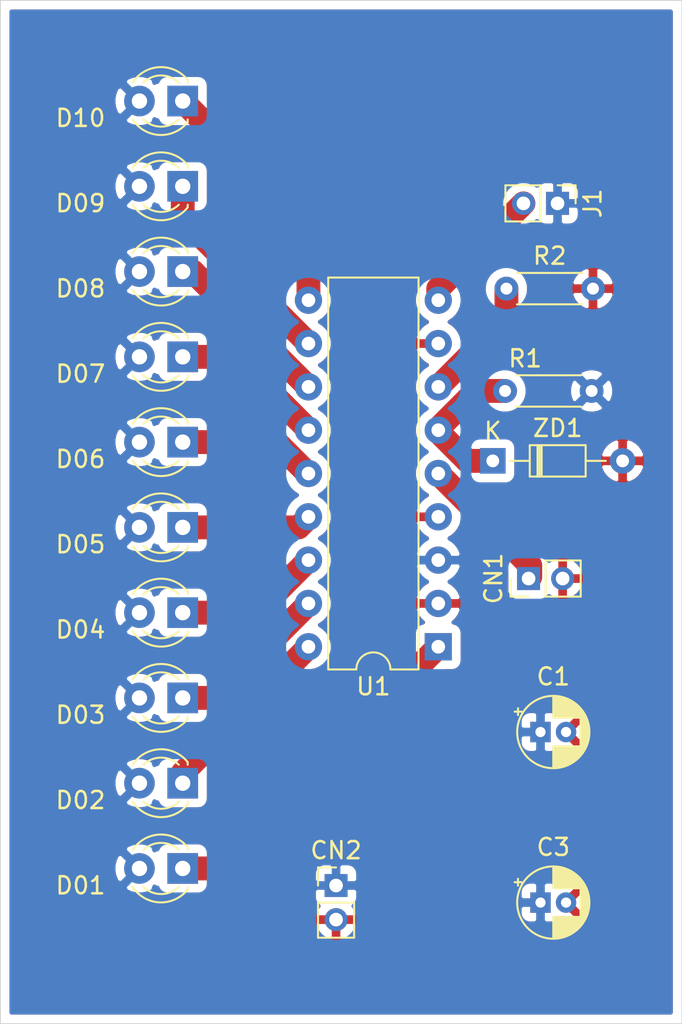
<source format=kicad_pcb>
(kicad_pcb (version 20171130) (host pcbnew "(5.1.9-0-10_14)")

  (general
    (thickness 1.6)
    (drawings 4)
    (tracks 30)
    (zones 0)
    (modules 19)
    (nets 17)
  )

  (page A4)
  (layers
    (0 F.Cu signal)
    (31 B.Cu signal)
    (32 B.Adhes user)
    (33 F.Adhes user)
    (34 B.Paste user)
    (35 F.Paste user)
    (36 B.SilkS user)
    (37 F.SilkS user)
    (38 B.Mask user)
    (39 F.Mask user)
    (40 Dwgs.User user)
    (41 Cmts.User user)
    (42 Eco1.User user)
    (43 Eco2.User user)
    (44 Edge.Cuts user)
    (45 Margin user)
    (46 B.CrtYd user)
    (47 F.CrtYd user)
    (48 B.Fab user)
    (49 F.Fab user)
  )

  (setup
    (last_trace_width 0.25)
    (user_trace_width 1.4)
    (trace_clearance 0.2)
    (zone_clearance 0.508)
    (zone_45_only no)
    (trace_min 0.2)
    (via_size 0.8)
    (via_drill 0.4)
    (via_min_size 0.4)
    (via_min_drill 0.3)
    (uvia_size 0.3)
    (uvia_drill 0.1)
    (uvias_allowed no)
    (uvia_min_size 0.2)
    (uvia_min_drill 0.1)
    (edge_width 0.05)
    (segment_width 0.2)
    (pcb_text_width 0.3)
    (pcb_text_size 1.5 1.5)
    (mod_edge_width 0.12)
    (mod_text_size 1 1)
    (mod_text_width 0.15)
    (pad_size 1.524 1.524)
    (pad_drill 0.762)
    (pad_to_mask_clearance 0)
    (aux_axis_origin 0 0)
    (visible_elements FFFFFF7F)
    (pcbplotparams
      (layerselection 0x010fc_ffffffff)
      (usegerberextensions false)
      (usegerberattributes true)
      (usegerberadvancedattributes true)
      (creategerberjobfile true)
      (excludeedgelayer true)
      (linewidth 0.100000)
      (plotframeref false)
      (viasonmask false)
      (mode 1)
      (useauxorigin false)
      (hpglpennumber 1)
      (hpglpenspeed 20)
      (hpglpendiameter 15.000000)
      (psnegative false)
      (psa4output false)
      (plotreference true)
      (plotvalue true)
      (plotinvisibletext false)
      (padsonsilk false)
      (subtractmaskfromsilk false)
      (outputformat 1)
      (mirror false)
      (drillshape 1)
      (scaleselection 1)
      (outputdirectory ""))
  )

  (net 0 "")
  (net 1 GND)
  (net 2 "Net-(C1-Pad1)")
  (net 3 "Net-(CN1-Pad1)")
  (net 4 "Net-(D01-Pad1)")
  (net 5 "Net-(D02-Pad1)")
  (net 6 "Net-(D03-Pad1)")
  (net 7 "Net-(D04-Pad1)")
  (net 8 "Net-(D05-Pad1)")
  (net 9 "Net-(D06-Pad1)")
  (net 10 "Net-(D07-Pad1)")
  (net 11 "Net-(D08-Pad1)")
  (net 12 "Net-(D09-Pad1)")
  (net 13 "Net-(D10-Pad1)")
  (net 14 "Net-(J1-Pad2)")
  (net 15 "Net-(R1-Pad2)")
  (net 16 "Net-(R2-Pad1)")

  (net_class Default "This is the default net class."
    (clearance 0.2)
    (trace_width 0.25)
    (via_dia 0.8)
    (via_drill 0.4)
    (uvia_dia 0.3)
    (uvia_drill 0.1)
    (add_net GND)
    (add_net "Net-(C1-Pad1)")
    (add_net "Net-(CN1-Pad1)")
    (add_net "Net-(D01-Pad1)")
    (add_net "Net-(D02-Pad1)")
    (add_net "Net-(D03-Pad1)")
    (add_net "Net-(D04-Pad1)")
    (add_net "Net-(D05-Pad1)")
    (add_net "Net-(D06-Pad1)")
    (add_net "Net-(D07-Pad1)")
    (add_net "Net-(D08-Pad1)")
    (add_net "Net-(D09-Pad1)")
    (add_net "Net-(D10-Pad1)")
    (add_net "Net-(J1-Pad2)")
    (add_net "Net-(R1-Pad2)")
    (add_net "Net-(R2-Pad1)")
  )

  (module Connector_PinHeader_2.00mm:PinHeader_1x02_P2.00mm_Vertical (layer F.Cu) (tedit 59FED667) (tstamp 60962748)
    (at 166.7 89.9 270)
    (descr "Through hole straight pin header, 1x02, 2.00mm pitch, single row")
    (tags "Through hole pin header THT 1x02 2.00mm single row")
    (path /6096B8A1)
    (fp_text reference J1 (at 0 -2.06 90) (layer F.SilkS)
      (effects (font (size 1 1) (thickness 0.15)))
    )
    (fp_text value Jumper (at 0 4.06 90) (layer F.Fab)
      (effects (font (size 1 1) (thickness 0.15)))
    )
    (fp_line (start 1.5 -1.5) (end -1.5 -1.5) (layer F.CrtYd) (width 0.05))
    (fp_line (start 1.5 3.5) (end 1.5 -1.5) (layer F.CrtYd) (width 0.05))
    (fp_line (start -1.5 3.5) (end 1.5 3.5) (layer F.CrtYd) (width 0.05))
    (fp_line (start -1.5 -1.5) (end -1.5 3.5) (layer F.CrtYd) (width 0.05))
    (fp_line (start -1.06 -1.06) (end 0 -1.06) (layer F.SilkS) (width 0.12))
    (fp_line (start -1.06 0) (end -1.06 -1.06) (layer F.SilkS) (width 0.12))
    (fp_line (start -1.06 1) (end 1.06 1) (layer F.SilkS) (width 0.12))
    (fp_line (start 1.06 1) (end 1.06 3.06) (layer F.SilkS) (width 0.12))
    (fp_line (start -1.06 1) (end -1.06 3.06) (layer F.SilkS) (width 0.12))
    (fp_line (start -1.06 3.06) (end 1.06 3.06) (layer F.SilkS) (width 0.12))
    (fp_line (start -1 -0.5) (end -0.5 -1) (layer F.Fab) (width 0.1))
    (fp_line (start -1 3) (end -1 -0.5) (layer F.Fab) (width 0.1))
    (fp_line (start 1 3) (end -1 3) (layer F.Fab) (width 0.1))
    (fp_line (start 1 -1) (end 1 3) (layer F.Fab) (width 0.1))
    (fp_line (start -0.5 -1) (end 1 -1) (layer F.Fab) (width 0.1))
    (fp_text user %R (at 0 1) (layer F.Fab)
      (effects (font (size 1 1) (thickness 0.15)))
    )
    (pad 2 thru_hole oval (at 0 2 270) (size 1.35 1.35) (drill 0.8) (layers *.Cu *.Mask)
      (net 14 "Net-(J1-Pad2)"))
    (pad 1 thru_hole rect (at 0 0 270) (size 1.35 1.35) (drill 0.8) (layers *.Cu *.Mask)
      (net 2 "Net-(C1-Pad1)"))
    (model ${KISYS3DMOD}/Connector_PinHeader_2.00mm.3dshapes/PinHeader_1x02_P2.00mm_Vertical.wrl
      (at (xyz 0 0 0))
      (scale (xyz 1 1 1))
      (rotate (xyz 0 0 0))
    )
  )

  (module Connector_PinHeader_2.00mm:PinHeader_1x02_P2.00mm_Vertical (layer F.Cu) (tedit 59FED667) (tstamp 60961E24)
    (at 153.7 129.9)
    (descr "Through hole straight pin header, 1x02, 2.00mm pitch, single row")
    (tags "Through hole pin header THT 1x02 2.00mm single row")
    (path /6097076E)
    (fp_text reference CN2 (at 0 -2.06) (layer F.SilkS)
      (effects (font (size 1 1) (thickness 0.15)))
    )
    (fp_text value "Power Supply 12 VDC" (at 0 4.06) (layer F.Fab)
      (effects (font (size 1 1) (thickness 0.15)))
    )
    (fp_line (start 1.5 -1.5) (end -1.5 -1.5) (layer F.CrtYd) (width 0.05))
    (fp_line (start 1.5 3.5) (end 1.5 -1.5) (layer F.CrtYd) (width 0.05))
    (fp_line (start -1.5 3.5) (end 1.5 3.5) (layer F.CrtYd) (width 0.05))
    (fp_line (start -1.5 -1.5) (end -1.5 3.5) (layer F.CrtYd) (width 0.05))
    (fp_line (start -1.06 -1.06) (end 0 -1.06) (layer F.SilkS) (width 0.12))
    (fp_line (start -1.06 0) (end -1.06 -1.06) (layer F.SilkS) (width 0.12))
    (fp_line (start -1.06 1) (end 1.06 1) (layer F.SilkS) (width 0.12))
    (fp_line (start 1.06 1) (end 1.06 3.06) (layer F.SilkS) (width 0.12))
    (fp_line (start -1.06 1) (end -1.06 3.06) (layer F.SilkS) (width 0.12))
    (fp_line (start -1.06 3.06) (end 1.06 3.06) (layer F.SilkS) (width 0.12))
    (fp_line (start -1 -0.5) (end -0.5 -1) (layer F.Fab) (width 0.1))
    (fp_line (start -1 3) (end -1 -0.5) (layer F.Fab) (width 0.1))
    (fp_line (start 1 3) (end -1 3) (layer F.Fab) (width 0.1))
    (fp_line (start 1 -1) (end 1 3) (layer F.Fab) (width 0.1))
    (fp_line (start -0.5 -1) (end 1 -1) (layer F.Fab) (width 0.1))
    (fp_text user %R (at 0 1 90) (layer F.Fab)
      (effects (font (size 1 1) (thickness 0.15)))
    )
    (pad 2 thru_hole oval (at 0 2) (size 1.35 1.35) (drill 0.8) (layers *.Cu *.Mask)
      (net 1 GND))
    (pad 1 thru_hole rect (at 0 0) (size 1.35 1.35) (drill 0.8) (layers *.Cu *.Mask)
      (net 2 "Net-(C1-Pad1)"))
    (model ${KISYS3DMOD}/Connector_PinHeader_2.00mm.3dshapes/PinHeader_1x02_P2.00mm_Vertical.wrl
      (at (xyz 0 0 0))
      (scale (xyz 1 1 1))
      (rotate (xyz 0 0 0))
    )
  )

  (module Connector_PinHeader_2.00mm:PinHeader_1x02_P2.00mm_Vertical (layer F.Cu) (tedit 59FED667) (tstamp 60962D35)
    (at 165 111.9 90)
    (descr "Through hole straight pin header, 1x02, 2.00mm pitch, single row")
    (tags "Through hole pin header THT 1x02 2.00mm single row")
    (path /60986BF2)
    (fp_text reference CN1 (at 0 -2.06 90) (layer F.SilkS)
      (effects (font (size 1 1) (thickness 0.15)))
    )
    (fp_text value 0–10VDC (at 0 4.06 90) (layer F.Fab)
      (effects (font (size 1 1) (thickness 0.15)))
    )
    (fp_line (start 1.5 -1.5) (end -1.5 -1.5) (layer F.CrtYd) (width 0.05))
    (fp_line (start 1.5 3.5) (end 1.5 -1.5) (layer F.CrtYd) (width 0.05))
    (fp_line (start -1.5 3.5) (end 1.5 3.5) (layer F.CrtYd) (width 0.05))
    (fp_line (start -1.5 -1.5) (end -1.5 3.5) (layer F.CrtYd) (width 0.05))
    (fp_line (start -1.06 -1.06) (end 0 -1.06) (layer F.SilkS) (width 0.12))
    (fp_line (start -1.06 0) (end -1.06 -1.06) (layer F.SilkS) (width 0.12))
    (fp_line (start -1.06 1) (end 1.06 1) (layer F.SilkS) (width 0.12))
    (fp_line (start 1.06 1) (end 1.06 3.06) (layer F.SilkS) (width 0.12))
    (fp_line (start -1.06 1) (end -1.06 3.06) (layer F.SilkS) (width 0.12))
    (fp_line (start -1.06 3.06) (end 1.06 3.06) (layer F.SilkS) (width 0.12))
    (fp_line (start -1 -0.5) (end -0.5 -1) (layer F.Fab) (width 0.1))
    (fp_line (start -1 3) (end -1 -0.5) (layer F.Fab) (width 0.1))
    (fp_line (start 1 3) (end -1 3) (layer F.Fab) (width 0.1))
    (fp_line (start 1 -1) (end 1 3) (layer F.Fab) (width 0.1))
    (fp_line (start -0.5 -1) (end 1 -1) (layer F.Fab) (width 0.1))
    (fp_text user %R (at 0 1) (layer F.Fab)
      (effects (font (size 1 1) (thickness 0.15)))
    )
    (pad 2 thru_hole oval (at 0 2 90) (size 1.35 1.35) (drill 0.8) (layers *.Cu *.Mask)
      (net 1 GND))
    (pad 1 thru_hole rect (at 0 0 90) (size 1.35 1.35) (drill 0.8) (layers *.Cu *.Mask)
      (net 3 "Net-(CN1-Pad1)"))
    (model ${KISYS3DMOD}/Connector_PinHeader_2.00mm.3dshapes/PinHeader_1x02_P2.00mm_Vertical.wrl
      (at (xyz 0 0 0))
      (scale (xyz 1 1 1))
      (rotate (xyz 0 0 0))
    )
  )

  (module Diode_THT:D_DO-34_SOD68_P7.62mm_Horizontal (layer F.Cu) (tedit 5AE50CD5) (tstamp 60962802)
    (at 162.9 105)
    (descr "Diode, DO-34_SOD68 series, Axial, Horizontal, pin pitch=7.62mm, , length*diameter=3.04*1.6mm^2, , https://www.nxp.com/docs/en/data-sheet/KTY83_SER.pdf")
    (tags "Diode DO-34_SOD68 series Axial Horizontal pin pitch 7.62mm  length 3.04mm diameter 1.6mm")
    (path /609578A6)
    (fp_text reference ZD1 (at 3.81 -1.92) (layer F.SilkS)
      (effects (font (size 1 1) (thickness 0.15)))
    )
    (fp_text value "10V Zener" (at 3.81 1.92) (layer F.Fab)
      (effects (font (size 1 1) (thickness 0.15)))
    )
    (fp_line (start 8.63 -1.05) (end -1 -1.05) (layer F.CrtYd) (width 0.05))
    (fp_line (start 8.63 1.05) (end 8.63 -1.05) (layer F.CrtYd) (width 0.05))
    (fp_line (start -1 1.05) (end 8.63 1.05) (layer F.CrtYd) (width 0.05))
    (fp_line (start -1 -1.05) (end -1 1.05) (layer F.CrtYd) (width 0.05))
    (fp_line (start 2.626 -0.92) (end 2.626 0.92) (layer F.SilkS) (width 0.12))
    (fp_line (start 2.866 -0.92) (end 2.866 0.92) (layer F.SilkS) (width 0.12))
    (fp_line (start 2.746 -0.92) (end 2.746 0.92) (layer F.SilkS) (width 0.12))
    (fp_line (start 6.63 0) (end 5.45 0) (layer F.SilkS) (width 0.12))
    (fp_line (start 0.99 0) (end 2.17 0) (layer F.SilkS) (width 0.12))
    (fp_line (start 5.45 -0.92) (end 2.17 -0.92) (layer F.SilkS) (width 0.12))
    (fp_line (start 5.45 0.92) (end 5.45 -0.92) (layer F.SilkS) (width 0.12))
    (fp_line (start 2.17 0.92) (end 5.45 0.92) (layer F.SilkS) (width 0.12))
    (fp_line (start 2.17 -0.92) (end 2.17 0.92) (layer F.SilkS) (width 0.12))
    (fp_line (start 2.646 -0.8) (end 2.646 0.8) (layer F.Fab) (width 0.1))
    (fp_line (start 2.846 -0.8) (end 2.846 0.8) (layer F.Fab) (width 0.1))
    (fp_line (start 2.746 -0.8) (end 2.746 0.8) (layer F.Fab) (width 0.1))
    (fp_line (start 7.62 0) (end 5.33 0) (layer F.Fab) (width 0.1))
    (fp_line (start 0 0) (end 2.29 0) (layer F.Fab) (width 0.1))
    (fp_line (start 5.33 -0.8) (end 2.29 -0.8) (layer F.Fab) (width 0.1))
    (fp_line (start 5.33 0.8) (end 5.33 -0.8) (layer F.Fab) (width 0.1))
    (fp_line (start 2.29 0.8) (end 5.33 0.8) (layer F.Fab) (width 0.1))
    (fp_line (start 2.29 -0.8) (end 2.29 0.8) (layer F.Fab) (width 0.1))
    (fp_text user K (at 0 -1.75) (layer F.SilkS)
      (effects (font (size 1 1) (thickness 0.15)))
    )
    (fp_text user K (at 0 -1.75) (layer F.Fab)
      (effects (font (size 1 1) (thickness 0.15)))
    )
    (fp_text user %R (at 4.038 0) (layer F.Fab)
      (effects (font (size 0.608 0.608) (thickness 0.0912)))
    )
    (pad 2 thru_hole oval (at 7.62 0) (size 1.5 1.5) (drill 0.75) (layers *.Cu *.Mask)
      (net 1 GND))
    (pad 1 thru_hole rect (at 0 0) (size 1.5 1.5) (drill 0.75) (layers *.Cu *.Mask)
      (net 15 "Net-(R1-Pad2)"))
    (model ${KISYS3DMOD}/Diode_THT.3dshapes/D_DO-34_SOD68_P7.62mm_Horizontal.wrl
      (at (xyz 0 0 0))
      (scale (xyz 1 1 1))
      (rotate (xyz 0 0 0))
    )
  )

  (module Package_DIP:DIP-18_W7.62mm (layer F.Cu) (tedit 5A02E8C5) (tstamp 6095FEBC)
    (at 159.7 115.9 180)
    (descr "18-lead though-hole mounted DIP package, row spacing 7.62 mm (300 mils)")
    (tags "THT DIP DIL PDIP 2.54mm 7.62mm 300mil")
    (path /6096DECF)
    (fp_text reference U1 (at 3.81 -2.33) (layer F.SilkS)
      (effects (font (size 1 1) (thickness 0.15)))
    )
    (fp_text value LM3914 (at 3.81 22.65) (layer F.Fab)
      (effects (font (size 1 1) (thickness 0.15)))
    )
    (fp_line (start 8.7 -1.55) (end -1.1 -1.55) (layer F.CrtYd) (width 0.05))
    (fp_line (start 8.7 21.85) (end 8.7 -1.55) (layer F.CrtYd) (width 0.05))
    (fp_line (start -1.1 21.85) (end 8.7 21.85) (layer F.CrtYd) (width 0.05))
    (fp_line (start -1.1 -1.55) (end -1.1 21.85) (layer F.CrtYd) (width 0.05))
    (fp_line (start 6.46 -1.33) (end 4.81 -1.33) (layer F.SilkS) (width 0.12))
    (fp_line (start 6.46 21.65) (end 6.46 -1.33) (layer F.SilkS) (width 0.12))
    (fp_line (start 1.16 21.65) (end 6.46 21.65) (layer F.SilkS) (width 0.12))
    (fp_line (start 1.16 -1.33) (end 1.16 21.65) (layer F.SilkS) (width 0.12))
    (fp_line (start 2.81 -1.33) (end 1.16 -1.33) (layer F.SilkS) (width 0.12))
    (fp_line (start 0.635 -0.27) (end 1.635 -1.27) (layer F.Fab) (width 0.1))
    (fp_line (start 0.635 21.59) (end 0.635 -0.27) (layer F.Fab) (width 0.1))
    (fp_line (start 6.985 21.59) (end 0.635 21.59) (layer F.Fab) (width 0.1))
    (fp_line (start 6.985 -1.27) (end 6.985 21.59) (layer F.Fab) (width 0.1))
    (fp_line (start 1.635 -1.27) (end 6.985 -1.27) (layer F.Fab) (width 0.1))
    (fp_text user %R (at 3.81 10.16) (layer F.Fab)
      (effects (font (size 1 1) (thickness 0.15)))
    )
    (fp_arc (start 3.81 -1.33) (end 2.81 -1.33) (angle -180) (layer F.SilkS) (width 0.12))
    (pad 18 thru_hole oval (at 7.62 0 180) (size 1.6 1.6) (drill 0.8) (layers *.Cu *.Mask)
      (net 5 "Net-(D02-Pad1)"))
    (pad 9 thru_hole oval (at 0 20.32 180) (size 1.6 1.6) (drill 0.8) (layers *.Cu *.Mask)
      (net 14 "Net-(J1-Pad2)"))
    (pad 17 thru_hole oval (at 7.62 2.54 180) (size 1.6 1.6) (drill 0.8) (layers *.Cu *.Mask)
      (net 6 "Net-(D03-Pad1)"))
    (pad 8 thru_hole oval (at 0 17.78 180) (size 1.6 1.6) (drill 0.8) (layers *.Cu *.Mask)
      (net 1 GND))
    (pad 16 thru_hole oval (at 7.62 5.08 180) (size 1.6 1.6) (drill 0.8) (layers *.Cu *.Mask)
      (net 7 "Net-(D04-Pad1)"))
    (pad 7 thru_hole oval (at 0 15.24 180) (size 1.6 1.6) (drill 0.8) (layers *.Cu *.Mask)
      (net 16 "Net-(R2-Pad1)"))
    (pad 15 thru_hole oval (at 7.62 7.62 180) (size 1.6 1.6) (drill 0.8) (layers *.Cu *.Mask)
      (net 8 "Net-(D05-Pad1)"))
    (pad 6 thru_hole oval (at 0 12.7 180) (size 1.6 1.6) (drill 0.8) (layers *.Cu *.Mask)
      (net 15 "Net-(R1-Pad2)"))
    (pad 14 thru_hole oval (at 7.62 10.16 180) (size 1.6 1.6) (drill 0.8) (layers *.Cu *.Mask)
      (net 9 "Net-(D06-Pad1)"))
    (pad 5 thru_hole oval (at 0 10.16 180) (size 1.6 1.6) (drill 0.8) (layers *.Cu *.Mask)
      (net 3 "Net-(CN1-Pad1)"))
    (pad 13 thru_hole oval (at 7.62 12.7 180) (size 1.6 1.6) (drill 0.8) (layers *.Cu *.Mask)
      (net 10 "Net-(D07-Pad1)"))
    (pad 4 thru_hole oval (at 0 7.62 180) (size 1.6 1.6) (drill 0.8) (layers *.Cu *.Mask)
      (net 1 GND))
    (pad 12 thru_hole oval (at 7.62 15.24 180) (size 1.6 1.6) (drill 0.8) (layers *.Cu *.Mask)
      (net 11 "Net-(D08-Pad1)"))
    (pad 3 thru_hole oval (at 0 5.08 180) (size 1.6 1.6) (drill 0.8) (layers *.Cu *.Mask)
      (net 2 "Net-(C1-Pad1)"))
    (pad 11 thru_hole oval (at 7.62 17.78 180) (size 1.6 1.6) (drill 0.8) (layers *.Cu *.Mask)
      (net 12 "Net-(D09-Pad1)"))
    (pad 2 thru_hole oval (at 0 2.54 180) (size 1.6 1.6) (drill 0.8) (layers *.Cu *.Mask)
      (net 1 GND))
    (pad 10 thru_hole oval (at 7.62 20.32 180) (size 1.6 1.6) (drill 0.8) (layers *.Cu *.Mask)
      (net 13 "Net-(D10-Pad1)"))
    (pad 1 thru_hole rect (at 0 0 180) (size 1.6 1.6) (drill 0.8) (layers *.Cu *.Mask)
      (net 4 "Net-(D01-Pad1)"))
    (model ${KISYS3DMOD}/Package_DIP.3dshapes/DIP-18_W7.62mm.wrl
      (at (xyz 0 0 0))
      (scale (xyz 1 1 1))
      (rotate (xyz 0 0 0))
    )
  )

  (module Resistor_THT:R_Axial_DIN0204_L3.6mm_D1.6mm_P5.08mm_Horizontal (layer F.Cu) (tedit 5AE5139B) (tstamp 60962604)
    (at 163.7 94.9)
    (descr "Resistor, Axial_DIN0204 series, Axial, Horizontal, pin pitch=5.08mm, 0.167W, length*diameter=3.6*1.6mm^2, http://cdn-reichelt.de/documents/datenblatt/B400/1_4W%23YAG.pdf")
    (tags "Resistor Axial_DIN0204 series Axial Horizontal pin pitch 5.08mm 0.167W length 3.6mm diameter 1.6mm")
    (path /60959886)
    (fp_text reference R2 (at 2.54 -1.92) (layer F.SilkS)
      (effects (font (size 1 1) (thickness 0.15)))
    )
    (fp_text value 1.2k (at 2.54 1.92) (layer F.Fab)
      (effects (font (size 1 1) (thickness 0.15)))
    )
    (fp_line (start 6.03 -1.05) (end -0.95 -1.05) (layer F.CrtYd) (width 0.05))
    (fp_line (start 6.03 1.05) (end 6.03 -1.05) (layer F.CrtYd) (width 0.05))
    (fp_line (start -0.95 1.05) (end 6.03 1.05) (layer F.CrtYd) (width 0.05))
    (fp_line (start -0.95 -1.05) (end -0.95 1.05) (layer F.CrtYd) (width 0.05))
    (fp_line (start 0.62 0.92) (end 4.46 0.92) (layer F.SilkS) (width 0.12))
    (fp_line (start 0.62 -0.92) (end 4.46 -0.92) (layer F.SilkS) (width 0.12))
    (fp_line (start 5.08 0) (end 4.34 0) (layer F.Fab) (width 0.1))
    (fp_line (start 0 0) (end 0.74 0) (layer F.Fab) (width 0.1))
    (fp_line (start 4.34 -0.8) (end 0.74 -0.8) (layer F.Fab) (width 0.1))
    (fp_line (start 4.34 0.8) (end 4.34 -0.8) (layer F.Fab) (width 0.1))
    (fp_line (start 0.74 0.8) (end 4.34 0.8) (layer F.Fab) (width 0.1))
    (fp_line (start 0.74 -0.8) (end 0.74 0.8) (layer F.Fab) (width 0.1))
    (fp_text user %R (at 2.54 0) (layer F.Fab)
      (effects (font (size 0.72 0.72) (thickness 0.108)))
    )
    (pad 2 thru_hole oval (at 5.08 0) (size 1.4 1.4) (drill 0.7) (layers *.Cu *.Mask)
      (net 1 GND))
    (pad 1 thru_hole circle (at 0 0) (size 1.4 1.4) (drill 0.7) (layers *.Cu *.Mask)
      (net 16 "Net-(R2-Pad1)"))
    (model ${KISYS3DMOD}/Resistor_THT.3dshapes/R_Axial_DIN0204_L3.6mm_D1.6mm_P5.08mm_Horizontal.wrl
      (at (xyz 0 0 0))
      (scale (xyz 1 1 1))
      (rotate (xyz 0 0 0))
    )
  )

  (module Resistor_THT:R_Axial_DIN0204_L3.6mm_D1.6mm_P5.08mm_Horizontal (layer F.Cu) (tedit 5AE5139B) (tstamp 60962547)
    (at 168.7 100.9 180)
    (descr "Resistor, Axial_DIN0204 series, Axial, Horizontal, pin pitch=5.08mm, 0.167W, length*diameter=3.6*1.6mm^2, http://cdn-reichelt.de/documents/datenblatt/B400/1_4W%23YAG.pdf")
    (tags "Resistor Axial_DIN0204 series Axial Horizontal pin pitch 5.08mm 0.167W length 3.6mm diameter 1.6mm")
    (path /6096C8D9)
    (fp_text reference R1 (at 3.9 1.9) (layer F.SilkS)
      (effects (font (size 1 1) (thickness 0.15)))
    )
    (fp_text value 1k (at 1.4 1.9) (layer F.Fab)
      (effects (font (size 1 1) (thickness 0.15)))
    )
    (fp_line (start 6.03 -1.05) (end -0.95 -1.05) (layer F.CrtYd) (width 0.05))
    (fp_line (start 6.03 1.05) (end 6.03 -1.05) (layer F.CrtYd) (width 0.05))
    (fp_line (start -0.95 1.05) (end 6.03 1.05) (layer F.CrtYd) (width 0.05))
    (fp_line (start -0.95 -1.05) (end -0.95 1.05) (layer F.CrtYd) (width 0.05))
    (fp_line (start 0.62 0.92) (end 4.46 0.92) (layer F.SilkS) (width 0.12))
    (fp_line (start 0.62 -0.92) (end 4.46 -0.92) (layer F.SilkS) (width 0.12))
    (fp_line (start 5.08 0) (end 4.34 0) (layer F.Fab) (width 0.1))
    (fp_line (start 0 0) (end 0.74 0) (layer F.Fab) (width 0.1))
    (fp_line (start 4.34 -0.8) (end 0.74 -0.8) (layer F.Fab) (width 0.1))
    (fp_line (start 4.34 0.8) (end 4.34 -0.8) (layer F.Fab) (width 0.1))
    (fp_line (start 0.74 0.8) (end 4.34 0.8) (layer F.Fab) (width 0.1))
    (fp_line (start 0.74 -0.8) (end 0.74 0.8) (layer F.Fab) (width 0.1))
    (fp_text user %R (at 2.54 0) (layer F.Fab)
      (effects (font (size 0.72 0.72) (thickness 0.108)))
    )
    (pad 2 thru_hole oval (at 5.08 0 180) (size 1.4 1.4) (drill 0.7) (layers *.Cu *.Mask)
      (net 15 "Net-(R1-Pad2)"))
    (pad 1 thru_hole circle (at 0 0 180) (size 1.4 1.4) (drill 0.7) (layers *.Cu *.Mask)
      (net 2 "Net-(C1-Pad1)"))
    (model ${KISYS3DMOD}/Resistor_THT.3dshapes/R_Axial_DIN0204_L3.6mm_D1.6mm_P5.08mm_Horizontal.wrl
      (at (xyz 0 0 0))
      (scale (xyz 1 1 1))
      (rotate (xyz 0 0 0))
    )
  )

  (module LED_THT:LED_D3.0mm (layer F.Cu) (tedit 587A3A7B) (tstamp 6095FE61)
    (at 144.7 83.9 180)
    (descr "LED, diameter 3.0mm, 2 pins")
    (tags "LED diameter 3.0mm 2 pins")
    (path /6097A76C)
    (fp_text reference D10 (at 6 -1) (layer F.SilkS)
      (effects (font (size 1 1) (thickness 0.15)))
    )
    (fp_text value LED (at 6 1) (layer F.Fab)
      (effects (font (size 1 1) (thickness 0.15)))
    )
    (fp_line (start 3.7 -2.25) (end -1.15 -2.25) (layer F.CrtYd) (width 0.05))
    (fp_line (start 3.7 2.25) (end 3.7 -2.25) (layer F.CrtYd) (width 0.05))
    (fp_line (start -1.15 2.25) (end 3.7 2.25) (layer F.CrtYd) (width 0.05))
    (fp_line (start -1.15 -2.25) (end -1.15 2.25) (layer F.CrtYd) (width 0.05))
    (fp_line (start -0.29 1.08) (end -0.29 1.236) (layer F.SilkS) (width 0.12))
    (fp_line (start -0.29 -1.236) (end -0.29 -1.08) (layer F.SilkS) (width 0.12))
    (fp_line (start -0.23 -1.16619) (end -0.23 1.16619) (layer F.Fab) (width 0.1))
    (fp_circle (center 1.27 0) (end 2.77 0) (layer F.Fab) (width 0.1))
    (fp_arc (start 1.27 0) (end 0.229039 1.08) (angle -87.9) (layer F.SilkS) (width 0.12))
    (fp_arc (start 1.27 0) (end 0.229039 -1.08) (angle 87.9) (layer F.SilkS) (width 0.12))
    (fp_arc (start 1.27 0) (end -0.29 1.235516) (angle -108.8) (layer F.SilkS) (width 0.12))
    (fp_arc (start 1.27 0) (end -0.29 -1.235516) (angle 108.8) (layer F.SilkS) (width 0.12))
    (fp_arc (start 1.27 0) (end -0.23 -1.16619) (angle 284.3) (layer F.Fab) (width 0.1))
    (pad 2 thru_hole circle (at 2.54 0 180) (size 1.8 1.8) (drill 0.9) (layers *.Cu *.Mask)
      (net 2 "Net-(C1-Pad1)"))
    (pad 1 thru_hole rect (at 0 0 180) (size 1.8 1.8) (drill 0.9) (layers *.Cu *.Mask)
      (net 13 "Net-(D10-Pad1)"))
    (model ${KISYS3DMOD}/LED_THT.3dshapes/LED_D3.0mm.wrl
      (at (xyz 0 0 0))
      (scale (xyz 1 1 1))
      (rotate (xyz 0 0 0))
    )
  )

  (module LED_THT:LED_D3.0mm (layer F.Cu) (tedit 587A3A7B) (tstamp 6095FE4E)
    (at 144.7 88.9 180)
    (descr "LED, diameter 3.0mm, 2 pins")
    (tags "LED diameter 3.0mm 2 pins")
    (path /6097A3E3)
    (fp_text reference D09 (at 6 -1) (layer F.SilkS)
      (effects (font (size 1 1) (thickness 0.15)))
    )
    (fp_text value LED (at 6 1) (layer F.Fab)
      (effects (font (size 1 1) (thickness 0.15)))
    )
    (fp_line (start 3.7 -2.25) (end -1.15 -2.25) (layer F.CrtYd) (width 0.05))
    (fp_line (start 3.7 2.25) (end 3.7 -2.25) (layer F.CrtYd) (width 0.05))
    (fp_line (start -1.15 2.25) (end 3.7 2.25) (layer F.CrtYd) (width 0.05))
    (fp_line (start -1.15 -2.25) (end -1.15 2.25) (layer F.CrtYd) (width 0.05))
    (fp_line (start -0.29 1.08) (end -0.29 1.236) (layer F.SilkS) (width 0.12))
    (fp_line (start -0.29 -1.236) (end -0.29 -1.08) (layer F.SilkS) (width 0.12))
    (fp_line (start -0.23 -1.16619) (end -0.23 1.16619) (layer F.Fab) (width 0.1))
    (fp_circle (center 1.27 0) (end 2.77 0) (layer F.Fab) (width 0.1))
    (fp_arc (start 1.27 0) (end 0.229039 1.08) (angle -87.9) (layer F.SilkS) (width 0.12))
    (fp_arc (start 1.27 0) (end 0.229039 -1.08) (angle 87.9) (layer F.SilkS) (width 0.12))
    (fp_arc (start 1.27 0) (end -0.29 1.235516) (angle -108.8) (layer F.SilkS) (width 0.12))
    (fp_arc (start 1.27 0) (end -0.29 -1.235516) (angle 108.8) (layer F.SilkS) (width 0.12))
    (fp_arc (start 1.27 0) (end -0.23 -1.16619) (angle 284.3) (layer F.Fab) (width 0.1))
    (pad 2 thru_hole circle (at 2.54 0 180) (size 1.8 1.8) (drill 0.9) (layers *.Cu *.Mask)
      (net 2 "Net-(C1-Pad1)"))
    (pad 1 thru_hole rect (at 0 0 180) (size 1.8 1.8) (drill 0.9) (layers *.Cu *.Mask)
      (net 12 "Net-(D09-Pad1)"))
    (model ${KISYS3DMOD}/LED_THT.3dshapes/LED_D3.0mm.wrl
      (at (xyz 0 0 0))
      (scale (xyz 1 1 1))
      (rotate (xyz 0 0 0))
    )
  )

  (module LED_THT:LED_D3.0mm (layer F.Cu) (tedit 587A3A7B) (tstamp 6095FE3B)
    (at 144.7 93.9 180)
    (descr "LED, diameter 3.0mm, 2 pins")
    (tags "LED diameter 3.0mm 2 pins")
    (path /60979E3E)
    (fp_text reference D08 (at 6 -1) (layer F.SilkS)
      (effects (font (size 1 1) (thickness 0.15)))
    )
    (fp_text value LED (at 6 1) (layer F.Fab)
      (effects (font (size 1 1) (thickness 0.15)))
    )
    (fp_line (start 3.7 -2.25) (end -1.15 -2.25) (layer F.CrtYd) (width 0.05))
    (fp_line (start 3.7 2.25) (end 3.7 -2.25) (layer F.CrtYd) (width 0.05))
    (fp_line (start -1.15 2.25) (end 3.7 2.25) (layer F.CrtYd) (width 0.05))
    (fp_line (start -1.15 -2.25) (end -1.15 2.25) (layer F.CrtYd) (width 0.05))
    (fp_line (start -0.29 1.08) (end -0.29 1.236) (layer F.SilkS) (width 0.12))
    (fp_line (start -0.29 -1.236) (end -0.29 -1.08) (layer F.SilkS) (width 0.12))
    (fp_line (start -0.23 -1.16619) (end -0.23 1.16619) (layer F.Fab) (width 0.1))
    (fp_circle (center 1.27 0) (end 2.77 0) (layer F.Fab) (width 0.1))
    (fp_arc (start 1.27 0) (end 0.229039 1.08) (angle -87.9) (layer F.SilkS) (width 0.12))
    (fp_arc (start 1.27 0) (end 0.229039 -1.08) (angle 87.9) (layer F.SilkS) (width 0.12))
    (fp_arc (start 1.27 0) (end -0.29 1.235516) (angle -108.8) (layer F.SilkS) (width 0.12))
    (fp_arc (start 1.27 0) (end -0.29 -1.235516) (angle 108.8) (layer F.SilkS) (width 0.12))
    (fp_arc (start 1.27 0) (end -0.23 -1.16619) (angle 284.3) (layer F.Fab) (width 0.1))
    (pad 2 thru_hole circle (at 2.54 0 180) (size 1.8 1.8) (drill 0.9) (layers *.Cu *.Mask)
      (net 2 "Net-(C1-Pad1)"))
    (pad 1 thru_hole rect (at 0 0 180) (size 1.8 1.8) (drill 0.9) (layers *.Cu *.Mask)
      (net 11 "Net-(D08-Pad1)"))
    (model ${KISYS3DMOD}/LED_THT.3dshapes/LED_D3.0mm.wrl
      (at (xyz 0 0 0))
      (scale (xyz 1 1 1))
      (rotate (xyz 0 0 0))
    )
  )

  (module LED_THT:LED_D3.0mm (layer F.Cu) (tedit 587A3A7B) (tstamp 6095FE28)
    (at 144.7 98.9 180)
    (descr "LED, diameter 3.0mm, 2 pins")
    (tags "LED diameter 3.0mm 2 pins")
    (path /60979A3F)
    (fp_text reference D07 (at 6 -1) (layer F.SilkS)
      (effects (font (size 1 1) (thickness 0.15)))
    )
    (fp_text value LED (at 6 1) (layer F.Fab)
      (effects (font (size 1 1) (thickness 0.15)))
    )
    (fp_line (start 3.7 -2.25) (end -1.15 -2.25) (layer F.CrtYd) (width 0.05))
    (fp_line (start 3.7 2.25) (end 3.7 -2.25) (layer F.CrtYd) (width 0.05))
    (fp_line (start -1.15 2.25) (end 3.7 2.25) (layer F.CrtYd) (width 0.05))
    (fp_line (start -1.15 -2.25) (end -1.15 2.25) (layer F.CrtYd) (width 0.05))
    (fp_line (start -0.29 1.08) (end -0.29 1.236) (layer F.SilkS) (width 0.12))
    (fp_line (start -0.29 -1.236) (end -0.29 -1.08) (layer F.SilkS) (width 0.12))
    (fp_line (start -0.23 -1.16619) (end -0.23 1.16619) (layer F.Fab) (width 0.1))
    (fp_circle (center 1.27 0) (end 2.77 0) (layer F.Fab) (width 0.1))
    (fp_arc (start 1.27 0) (end 0.229039 1.08) (angle -87.9) (layer F.SilkS) (width 0.12))
    (fp_arc (start 1.27 0) (end 0.229039 -1.08) (angle 87.9) (layer F.SilkS) (width 0.12))
    (fp_arc (start 1.27 0) (end -0.29 1.235516) (angle -108.8) (layer F.SilkS) (width 0.12))
    (fp_arc (start 1.27 0) (end -0.29 -1.235516) (angle 108.8) (layer F.SilkS) (width 0.12))
    (fp_arc (start 1.27 0) (end -0.23 -1.16619) (angle 284.3) (layer F.Fab) (width 0.1))
    (pad 2 thru_hole circle (at 2.54 0 180) (size 1.8 1.8) (drill 0.9) (layers *.Cu *.Mask)
      (net 2 "Net-(C1-Pad1)"))
    (pad 1 thru_hole rect (at 0 0 180) (size 1.8 1.8) (drill 0.9) (layers *.Cu *.Mask)
      (net 10 "Net-(D07-Pad1)"))
    (model ${KISYS3DMOD}/LED_THT.3dshapes/LED_D3.0mm.wrl
      (at (xyz 0 0 0))
      (scale (xyz 1 1 1))
      (rotate (xyz 0 0 0))
    )
  )

  (module LED_THT:LED_D3.0mm (layer F.Cu) (tedit 587A3A7B) (tstamp 6095FE15)
    (at 144.7 103.9 180)
    (descr "LED, diameter 3.0mm, 2 pins")
    (tags "LED diameter 3.0mm 2 pins")
    (path /60979708)
    (fp_text reference D06 (at 6 -1) (layer F.SilkS)
      (effects (font (size 1 1) (thickness 0.15)))
    )
    (fp_text value LED (at 6 1) (layer F.Fab)
      (effects (font (size 1 1) (thickness 0.15)))
    )
    (fp_line (start 3.7 -2.25) (end -1.15 -2.25) (layer F.CrtYd) (width 0.05))
    (fp_line (start 3.7 2.25) (end 3.7 -2.25) (layer F.CrtYd) (width 0.05))
    (fp_line (start -1.15 2.25) (end 3.7 2.25) (layer F.CrtYd) (width 0.05))
    (fp_line (start -1.15 -2.25) (end -1.15 2.25) (layer F.CrtYd) (width 0.05))
    (fp_line (start -0.29 1.08) (end -0.29 1.236) (layer F.SilkS) (width 0.12))
    (fp_line (start -0.29 -1.236) (end -0.29 -1.08) (layer F.SilkS) (width 0.12))
    (fp_line (start -0.23 -1.16619) (end -0.23 1.16619) (layer F.Fab) (width 0.1))
    (fp_circle (center 1.27 0) (end 2.77 0) (layer F.Fab) (width 0.1))
    (fp_arc (start 1.27 0) (end 0.229039 1.08) (angle -87.9) (layer F.SilkS) (width 0.12))
    (fp_arc (start 1.27 0) (end 0.229039 -1.08) (angle 87.9) (layer F.SilkS) (width 0.12))
    (fp_arc (start 1.27 0) (end -0.29 1.235516) (angle -108.8) (layer F.SilkS) (width 0.12))
    (fp_arc (start 1.27 0) (end -0.29 -1.235516) (angle 108.8) (layer F.SilkS) (width 0.12))
    (fp_arc (start 1.27 0) (end -0.23 -1.16619) (angle 284.3) (layer F.Fab) (width 0.1))
    (pad 2 thru_hole circle (at 2.54 0 180) (size 1.8 1.8) (drill 0.9) (layers *.Cu *.Mask)
      (net 2 "Net-(C1-Pad1)"))
    (pad 1 thru_hole rect (at 0 0 180) (size 1.8 1.8) (drill 0.9) (layers *.Cu *.Mask)
      (net 9 "Net-(D06-Pad1)"))
    (model ${KISYS3DMOD}/LED_THT.3dshapes/LED_D3.0mm.wrl
      (at (xyz 0 0 0))
      (scale (xyz 1 1 1))
      (rotate (xyz 0 0 0))
    )
  )

  (module LED_THT:LED_D3.0mm (layer F.Cu) (tedit 587A3A7B) (tstamp 6095FE02)
    (at 144.7 108.9 180)
    (descr "LED, diameter 3.0mm, 2 pins")
    (tags "LED diameter 3.0mm 2 pins")
    (path /60979392)
    (fp_text reference D05 (at 6 -1) (layer F.SilkS)
      (effects (font (size 1 1) (thickness 0.15)))
    )
    (fp_text value LED (at 6 1) (layer F.Fab)
      (effects (font (size 1 1) (thickness 0.15)))
    )
    (fp_line (start 3.7 -2.25) (end -1.15 -2.25) (layer F.CrtYd) (width 0.05))
    (fp_line (start 3.7 2.25) (end 3.7 -2.25) (layer F.CrtYd) (width 0.05))
    (fp_line (start -1.15 2.25) (end 3.7 2.25) (layer F.CrtYd) (width 0.05))
    (fp_line (start -1.15 -2.25) (end -1.15 2.25) (layer F.CrtYd) (width 0.05))
    (fp_line (start -0.29 1.08) (end -0.29 1.236) (layer F.SilkS) (width 0.12))
    (fp_line (start -0.29 -1.236) (end -0.29 -1.08) (layer F.SilkS) (width 0.12))
    (fp_line (start -0.23 -1.16619) (end -0.23 1.16619) (layer F.Fab) (width 0.1))
    (fp_circle (center 1.27 0) (end 2.77 0) (layer F.Fab) (width 0.1))
    (fp_arc (start 1.27 0) (end 0.229039 1.08) (angle -87.9) (layer F.SilkS) (width 0.12))
    (fp_arc (start 1.27 0) (end 0.229039 -1.08) (angle 87.9) (layer F.SilkS) (width 0.12))
    (fp_arc (start 1.27 0) (end -0.29 1.235516) (angle -108.8) (layer F.SilkS) (width 0.12))
    (fp_arc (start 1.27 0) (end -0.29 -1.235516) (angle 108.8) (layer F.SilkS) (width 0.12))
    (fp_arc (start 1.27 0) (end -0.23 -1.16619) (angle 284.3) (layer F.Fab) (width 0.1))
    (pad 2 thru_hole circle (at 2.54 0 180) (size 1.8 1.8) (drill 0.9) (layers *.Cu *.Mask)
      (net 2 "Net-(C1-Pad1)"))
    (pad 1 thru_hole rect (at 0 0 180) (size 1.8 1.8) (drill 0.9) (layers *.Cu *.Mask)
      (net 8 "Net-(D05-Pad1)"))
    (model ${KISYS3DMOD}/LED_THT.3dshapes/LED_D3.0mm.wrl
      (at (xyz 0 0 0))
      (scale (xyz 1 1 1))
      (rotate (xyz 0 0 0))
    )
  )

  (module LED_THT:LED_D3.0mm (layer F.Cu) (tedit 587A3A7B) (tstamp 6095FDEF)
    (at 144.7 113.9 180)
    (descr "LED, diameter 3.0mm, 2 pins")
    (tags "LED diameter 3.0mm 2 pins")
    (path /609790A5)
    (fp_text reference D04 (at 6 -1) (layer F.SilkS)
      (effects (font (size 1 1) (thickness 0.15)))
    )
    (fp_text value LED (at 6 1) (layer F.Fab)
      (effects (font (size 1 1) (thickness 0.15)))
    )
    (fp_line (start 3.7 -2.25) (end -1.15 -2.25) (layer F.CrtYd) (width 0.05))
    (fp_line (start 3.7 2.25) (end 3.7 -2.25) (layer F.CrtYd) (width 0.05))
    (fp_line (start -1.15 2.25) (end 3.7 2.25) (layer F.CrtYd) (width 0.05))
    (fp_line (start -1.15 -2.25) (end -1.15 2.25) (layer F.CrtYd) (width 0.05))
    (fp_line (start -0.29 1.08) (end -0.29 1.236) (layer F.SilkS) (width 0.12))
    (fp_line (start -0.29 -1.236) (end -0.29 -1.08) (layer F.SilkS) (width 0.12))
    (fp_line (start -0.23 -1.16619) (end -0.23 1.16619) (layer F.Fab) (width 0.1))
    (fp_circle (center 1.27 0) (end 2.77 0) (layer F.Fab) (width 0.1))
    (fp_arc (start 1.27 0) (end 0.229039 1.08) (angle -87.9) (layer F.SilkS) (width 0.12))
    (fp_arc (start 1.27 0) (end 0.229039 -1.08) (angle 87.9) (layer F.SilkS) (width 0.12))
    (fp_arc (start 1.27 0) (end -0.29 1.235516) (angle -108.8) (layer F.SilkS) (width 0.12))
    (fp_arc (start 1.27 0) (end -0.29 -1.235516) (angle 108.8) (layer F.SilkS) (width 0.12))
    (fp_arc (start 1.27 0) (end -0.23 -1.16619) (angle 284.3) (layer F.Fab) (width 0.1))
    (pad 2 thru_hole circle (at 2.54 0 180) (size 1.8 1.8) (drill 0.9) (layers *.Cu *.Mask)
      (net 2 "Net-(C1-Pad1)"))
    (pad 1 thru_hole rect (at 0 0 180) (size 1.8 1.8) (drill 0.9) (layers *.Cu *.Mask)
      (net 7 "Net-(D04-Pad1)"))
    (model ${KISYS3DMOD}/LED_THT.3dshapes/LED_D3.0mm.wrl
      (at (xyz 0 0 0))
      (scale (xyz 1 1 1))
      (rotate (xyz 0 0 0))
    )
  )

  (module LED_THT:LED_D3.0mm (layer F.Cu) (tedit 587A3A7B) (tstamp 6095FDDC)
    (at 144.7 118.9 180)
    (descr "LED, diameter 3.0mm, 2 pins")
    (tags "LED diameter 3.0mm 2 pins")
    (path /60978C85)
    (fp_text reference D03 (at 6 -1) (layer F.SilkS)
      (effects (font (size 1 1) (thickness 0.15)))
    )
    (fp_text value LED (at 6 1) (layer F.Fab)
      (effects (font (size 1 1) (thickness 0.15)))
    )
    (fp_line (start 3.7 -2.25) (end -1.15 -2.25) (layer F.CrtYd) (width 0.05))
    (fp_line (start 3.7 2.25) (end 3.7 -2.25) (layer F.CrtYd) (width 0.05))
    (fp_line (start -1.15 2.25) (end 3.7 2.25) (layer F.CrtYd) (width 0.05))
    (fp_line (start -1.15 -2.25) (end -1.15 2.25) (layer F.CrtYd) (width 0.05))
    (fp_line (start -0.29 1.08) (end -0.29 1.236) (layer F.SilkS) (width 0.12))
    (fp_line (start -0.29 -1.236) (end -0.29 -1.08) (layer F.SilkS) (width 0.12))
    (fp_line (start -0.23 -1.16619) (end -0.23 1.16619) (layer F.Fab) (width 0.1))
    (fp_circle (center 1.27 0) (end 2.77 0) (layer F.Fab) (width 0.1))
    (fp_arc (start 1.27 0) (end 0.229039 1.08) (angle -87.9) (layer F.SilkS) (width 0.12))
    (fp_arc (start 1.27 0) (end 0.229039 -1.08) (angle 87.9) (layer F.SilkS) (width 0.12))
    (fp_arc (start 1.27 0) (end -0.29 1.235516) (angle -108.8) (layer F.SilkS) (width 0.12))
    (fp_arc (start 1.27 0) (end -0.29 -1.235516) (angle 108.8) (layer F.SilkS) (width 0.12))
    (fp_arc (start 1.27 0) (end -0.23 -1.16619) (angle 284.3) (layer F.Fab) (width 0.1))
    (pad 2 thru_hole circle (at 2.54 0 180) (size 1.8 1.8) (drill 0.9) (layers *.Cu *.Mask)
      (net 2 "Net-(C1-Pad1)"))
    (pad 1 thru_hole rect (at 0 0 180) (size 1.8 1.8) (drill 0.9) (layers *.Cu *.Mask)
      (net 6 "Net-(D03-Pad1)"))
    (model ${KISYS3DMOD}/LED_THT.3dshapes/LED_D3.0mm.wrl
      (at (xyz 0 0 0))
      (scale (xyz 1 1 1))
      (rotate (xyz 0 0 0))
    )
  )

  (module LED_THT:LED_D3.0mm (layer F.Cu) (tedit 587A3A7B) (tstamp 6095FDC9)
    (at 144.7 123.9 180)
    (descr "LED, diameter 3.0mm, 2 pins")
    (tags "LED diameter 3.0mm 2 pins")
    (path /6097868D)
    (fp_text reference D02 (at 6 -1) (layer F.SilkS)
      (effects (font (size 1 1) (thickness 0.15)))
    )
    (fp_text value LED (at 6 1) (layer F.Fab)
      (effects (font (size 1 1) (thickness 0.15)))
    )
    (fp_line (start 3.7 -2.25) (end -1.15 -2.25) (layer F.CrtYd) (width 0.05))
    (fp_line (start 3.7 2.25) (end 3.7 -2.25) (layer F.CrtYd) (width 0.05))
    (fp_line (start -1.15 2.25) (end 3.7 2.25) (layer F.CrtYd) (width 0.05))
    (fp_line (start -1.15 -2.25) (end -1.15 2.25) (layer F.CrtYd) (width 0.05))
    (fp_line (start -0.29 1.08) (end -0.29 1.236) (layer F.SilkS) (width 0.12))
    (fp_line (start -0.29 -1.236) (end -0.29 -1.08) (layer F.SilkS) (width 0.12))
    (fp_line (start -0.23 -1.16619) (end -0.23 1.16619) (layer F.Fab) (width 0.1))
    (fp_circle (center 1.27 0) (end 2.77 0) (layer F.Fab) (width 0.1))
    (fp_arc (start 1.27 0) (end 0.229039 1.08) (angle -87.9) (layer F.SilkS) (width 0.12))
    (fp_arc (start 1.27 0) (end 0.229039 -1.08) (angle 87.9) (layer F.SilkS) (width 0.12))
    (fp_arc (start 1.27 0) (end -0.29 1.235516) (angle -108.8) (layer F.SilkS) (width 0.12))
    (fp_arc (start 1.27 0) (end -0.29 -1.235516) (angle 108.8) (layer F.SilkS) (width 0.12))
    (fp_arc (start 1.27 0) (end -0.23 -1.16619) (angle 284.3) (layer F.Fab) (width 0.1))
    (pad 2 thru_hole circle (at 2.54 0 180) (size 1.8 1.8) (drill 0.9) (layers *.Cu *.Mask)
      (net 2 "Net-(C1-Pad1)"))
    (pad 1 thru_hole rect (at 0 0 180) (size 1.8 1.8) (drill 0.9) (layers *.Cu *.Mask)
      (net 5 "Net-(D02-Pad1)"))
    (model ${KISYS3DMOD}/LED_THT.3dshapes/LED_D3.0mm.wrl
      (at (xyz 0 0 0))
      (scale (xyz 1 1 1))
      (rotate (xyz 0 0 0))
    )
  )

  (module LED_THT:LED_D3.0mm (layer F.Cu) (tedit 587A3A7B) (tstamp 6095FDB6)
    (at 144.7 128.9 180)
    (descr "LED, diameter 3.0mm, 2 pins")
    (tags "LED diameter 3.0mm 2 pins")
    (path /6096EE62)
    (fp_text reference D01 (at 6 -1) (layer F.SilkS)
      (effects (font (size 1 1) (thickness 0.15)))
    )
    (fp_text value LED (at 6 1) (layer F.Fab)
      (effects (font (size 1 1) (thickness 0.15)))
    )
    (fp_line (start 3.7 -2.25) (end -1.15 -2.25) (layer F.CrtYd) (width 0.05))
    (fp_line (start 3.7 2.25) (end 3.7 -2.25) (layer F.CrtYd) (width 0.05))
    (fp_line (start -1.15 2.25) (end 3.7 2.25) (layer F.CrtYd) (width 0.05))
    (fp_line (start -1.15 -2.25) (end -1.15 2.25) (layer F.CrtYd) (width 0.05))
    (fp_line (start -0.29 1.08) (end -0.29 1.236) (layer F.SilkS) (width 0.12))
    (fp_line (start -0.29 -1.236) (end -0.29 -1.08) (layer F.SilkS) (width 0.12))
    (fp_line (start -0.23 -1.16619) (end -0.23 1.16619) (layer F.Fab) (width 0.1))
    (fp_circle (center 1.27 0) (end 2.77 0) (layer F.Fab) (width 0.1))
    (fp_arc (start 1.27 0) (end 0.229039 1.08) (angle -87.9) (layer F.SilkS) (width 0.12))
    (fp_arc (start 1.27 0) (end 0.229039 -1.08) (angle 87.9) (layer F.SilkS) (width 0.12))
    (fp_arc (start 1.27 0) (end -0.29 1.235516) (angle -108.8) (layer F.SilkS) (width 0.12))
    (fp_arc (start 1.27 0) (end -0.29 -1.235516) (angle 108.8) (layer F.SilkS) (width 0.12))
    (fp_arc (start 1.27 0) (end -0.23 -1.16619) (angle 284.3) (layer F.Fab) (width 0.1))
    (pad 2 thru_hole circle (at 2.54 0 180) (size 1.8 1.8) (drill 0.9) (layers *.Cu *.Mask)
      (net 2 "Net-(C1-Pad1)"))
    (pad 1 thru_hole rect (at 0 0 180) (size 1.8 1.8) (drill 0.9) (layers *.Cu *.Mask)
      (net 4 "Net-(D01-Pad1)"))
    (model ${KISYS3DMOD}/LED_THT.3dshapes/LED_D3.0mm.wrl
      (at (xyz 0 0 0))
      (scale (xyz 1 1 1))
      (rotate (xyz 0 0 0))
    )
  )

  (module Capacitor_THT:CP_Radial_D4.0mm_P1.50mm (layer F.Cu) (tedit 5AE50EF0) (tstamp 60961F8D)
    (at 165.7 130.9)
    (descr "CP, Radial series, Radial, pin pitch=1.50mm, , diameter=4mm, Electrolytic Capacitor")
    (tags "CP Radial series Radial pin pitch 1.50mm  diameter 4mm Electrolytic Capacitor")
    (path /6098250E)
    (fp_text reference C3 (at 0.75 -3.25) (layer F.SilkS)
      (effects (font (size 1 1) (thickness 0.15)))
    )
    (fp_text value "0.1 uF" (at 0.75 3.25) (layer F.Fab)
      (effects (font (size 1 1) (thickness 0.15)))
    )
    (fp_line (start -1.319801 -1.395) (end -1.319801 -0.995) (layer F.SilkS) (width 0.12))
    (fp_line (start -1.519801 -1.195) (end -1.119801 -1.195) (layer F.SilkS) (width 0.12))
    (fp_line (start 2.831 -0.37) (end 2.831 0.37) (layer F.SilkS) (width 0.12))
    (fp_line (start 2.791 -0.537) (end 2.791 0.537) (layer F.SilkS) (width 0.12))
    (fp_line (start 2.751 -0.664) (end 2.751 0.664) (layer F.SilkS) (width 0.12))
    (fp_line (start 2.711 -0.768) (end 2.711 0.768) (layer F.SilkS) (width 0.12))
    (fp_line (start 2.671 -0.859) (end 2.671 0.859) (layer F.SilkS) (width 0.12))
    (fp_line (start 2.631 -0.94) (end 2.631 0.94) (layer F.SilkS) (width 0.12))
    (fp_line (start 2.591 -1.013) (end 2.591 1.013) (layer F.SilkS) (width 0.12))
    (fp_line (start 2.551 -1.08) (end 2.551 1.08) (layer F.SilkS) (width 0.12))
    (fp_line (start 2.511 -1.142) (end 2.511 1.142) (layer F.SilkS) (width 0.12))
    (fp_line (start 2.471 -1.2) (end 2.471 1.2) (layer F.SilkS) (width 0.12))
    (fp_line (start 2.431 -1.254) (end 2.431 1.254) (layer F.SilkS) (width 0.12))
    (fp_line (start 2.391 -1.304) (end 2.391 1.304) (layer F.SilkS) (width 0.12))
    (fp_line (start 2.351 -1.351) (end 2.351 1.351) (layer F.SilkS) (width 0.12))
    (fp_line (start 2.311 0.84) (end 2.311 1.396) (layer F.SilkS) (width 0.12))
    (fp_line (start 2.311 -1.396) (end 2.311 -0.84) (layer F.SilkS) (width 0.12))
    (fp_line (start 2.271 0.84) (end 2.271 1.438) (layer F.SilkS) (width 0.12))
    (fp_line (start 2.271 -1.438) (end 2.271 -0.84) (layer F.SilkS) (width 0.12))
    (fp_line (start 2.231 0.84) (end 2.231 1.478) (layer F.SilkS) (width 0.12))
    (fp_line (start 2.231 -1.478) (end 2.231 -0.84) (layer F.SilkS) (width 0.12))
    (fp_line (start 2.191 0.84) (end 2.191 1.516) (layer F.SilkS) (width 0.12))
    (fp_line (start 2.191 -1.516) (end 2.191 -0.84) (layer F.SilkS) (width 0.12))
    (fp_line (start 2.151 0.84) (end 2.151 1.552) (layer F.SilkS) (width 0.12))
    (fp_line (start 2.151 -1.552) (end 2.151 -0.84) (layer F.SilkS) (width 0.12))
    (fp_line (start 2.111 0.84) (end 2.111 1.587) (layer F.SilkS) (width 0.12))
    (fp_line (start 2.111 -1.587) (end 2.111 -0.84) (layer F.SilkS) (width 0.12))
    (fp_line (start 2.071 0.84) (end 2.071 1.619) (layer F.SilkS) (width 0.12))
    (fp_line (start 2.071 -1.619) (end 2.071 -0.84) (layer F.SilkS) (width 0.12))
    (fp_line (start 2.031 0.84) (end 2.031 1.65) (layer F.SilkS) (width 0.12))
    (fp_line (start 2.031 -1.65) (end 2.031 -0.84) (layer F.SilkS) (width 0.12))
    (fp_line (start 1.991 0.84) (end 1.991 1.68) (layer F.SilkS) (width 0.12))
    (fp_line (start 1.991 -1.68) (end 1.991 -0.84) (layer F.SilkS) (width 0.12))
    (fp_line (start 1.951 0.84) (end 1.951 1.708) (layer F.SilkS) (width 0.12))
    (fp_line (start 1.951 -1.708) (end 1.951 -0.84) (layer F.SilkS) (width 0.12))
    (fp_line (start 1.911 0.84) (end 1.911 1.735) (layer F.SilkS) (width 0.12))
    (fp_line (start 1.911 -1.735) (end 1.911 -0.84) (layer F.SilkS) (width 0.12))
    (fp_line (start 1.871 0.84) (end 1.871 1.76) (layer F.SilkS) (width 0.12))
    (fp_line (start 1.871 -1.76) (end 1.871 -0.84) (layer F.SilkS) (width 0.12))
    (fp_line (start 1.831 0.84) (end 1.831 1.785) (layer F.SilkS) (width 0.12))
    (fp_line (start 1.831 -1.785) (end 1.831 -0.84) (layer F.SilkS) (width 0.12))
    (fp_line (start 1.791 0.84) (end 1.791 1.808) (layer F.SilkS) (width 0.12))
    (fp_line (start 1.791 -1.808) (end 1.791 -0.84) (layer F.SilkS) (width 0.12))
    (fp_line (start 1.751 0.84) (end 1.751 1.83) (layer F.SilkS) (width 0.12))
    (fp_line (start 1.751 -1.83) (end 1.751 -0.84) (layer F.SilkS) (width 0.12))
    (fp_line (start 1.711 0.84) (end 1.711 1.851) (layer F.SilkS) (width 0.12))
    (fp_line (start 1.711 -1.851) (end 1.711 -0.84) (layer F.SilkS) (width 0.12))
    (fp_line (start 1.671 0.84) (end 1.671 1.87) (layer F.SilkS) (width 0.12))
    (fp_line (start 1.671 -1.87) (end 1.671 -0.84) (layer F.SilkS) (width 0.12))
    (fp_line (start 1.631 0.84) (end 1.631 1.889) (layer F.SilkS) (width 0.12))
    (fp_line (start 1.631 -1.889) (end 1.631 -0.84) (layer F.SilkS) (width 0.12))
    (fp_line (start 1.591 0.84) (end 1.591 1.907) (layer F.SilkS) (width 0.12))
    (fp_line (start 1.591 -1.907) (end 1.591 -0.84) (layer F.SilkS) (width 0.12))
    (fp_line (start 1.551 0.84) (end 1.551 1.924) (layer F.SilkS) (width 0.12))
    (fp_line (start 1.551 -1.924) (end 1.551 -0.84) (layer F.SilkS) (width 0.12))
    (fp_line (start 1.511 0.84) (end 1.511 1.94) (layer F.SilkS) (width 0.12))
    (fp_line (start 1.511 -1.94) (end 1.511 -0.84) (layer F.SilkS) (width 0.12))
    (fp_line (start 1.471 0.84) (end 1.471 1.954) (layer F.SilkS) (width 0.12))
    (fp_line (start 1.471 -1.954) (end 1.471 -0.84) (layer F.SilkS) (width 0.12))
    (fp_line (start 1.43 0.84) (end 1.43 1.968) (layer F.SilkS) (width 0.12))
    (fp_line (start 1.43 -1.968) (end 1.43 -0.84) (layer F.SilkS) (width 0.12))
    (fp_line (start 1.39 0.84) (end 1.39 1.982) (layer F.SilkS) (width 0.12))
    (fp_line (start 1.39 -1.982) (end 1.39 -0.84) (layer F.SilkS) (width 0.12))
    (fp_line (start 1.35 0.84) (end 1.35 1.994) (layer F.SilkS) (width 0.12))
    (fp_line (start 1.35 -1.994) (end 1.35 -0.84) (layer F.SilkS) (width 0.12))
    (fp_line (start 1.31 0.84) (end 1.31 2.005) (layer F.SilkS) (width 0.12))
    (fp_line (start 1.31 -2.005) (end 1.31 -0.84) (layer F.SilkS) (width 0.12))
    (fp_line (start 1.27 0.84) (end 1.27 2.016) (layer F.SilkS) (width 0.12))
    (fp_line (start 1.27 -2.016) (end 1.27 -0.84) (layer F.SilkS) (width 0.12))
    (fp_line (start 1.23 0.84) (end 1.23 2.025) (layer F.SilkS) (width 0.12))
    (fp_line (start 1.23 -2.025) (end 1.23 -0.84) (layer F.SilkS) (width 0.12))
    (fp_line (start 1.19 0.84) (end 1.19 2.034) (layer F.SilkS) (width 0.12))
    (fp_line (start 1.19 -2.034) (end 1.19 -0.84) (layer F.SilkS) (width 0.12))
    (fp_line (start 1.15 0.84) (end 1.15 2.042) (layer F.SilkS) (width 0.12))
    (fp_line (start 1.15 -2.042) (end 1.15 -0.84) (layer F.SilkS) (width 0.12))
    (fp_line (start 1.11 0.84) (end 1.11 2.05) (layer F.SilkS) (width 0.12))
    (fp_line (start 1.11 -2.05) (end 1.11 -0.84) (layer F.SilkS) (width 0.12))
    (fp_line (start 1.07 0.84) (end 1.07 2.056) (layer F.SilkS) (width 0.12))
    (fp_line (start 1.07 -2.056) (end 1.07 -0.84) (layer F.SilkS) (width 0.12))
    (fp_line (start 1.03 0.84) (end 1.03 2.062) (layer F.SilkS) (width 0.12))
    (fp_line (start 1.03 -2.062) (end 1.03 -0.84) (layer F.SilkS) (width 0.12))
    (fp_line (start 0.99 0.84) (end 0.99 2.067) (layer F.SilkS) (width 0.12))
    (fp_line (start 0.99 -2.067) (end 0.99 -0.84) (layer F.SilkS) (width 0.12))
    (fp_line (start 0.95 0.84) (end 0.95 2.071) (layer F.SilkS) (width 0.12))
    (fp_line (start 0.95 -2.071) (end 0.95 -0.84) (layer F.SilkS) (width 0.12))
    (fp_line (start 0.91 0.84) (end 0.91 2.074) (layer F.SilkS) (width 0.12))
    (fp_line (start 0.91 -2.074) (end 0.91 -0.84) (layer F.SilkS) (width 0.12))
    (fp_line (start 0.87 0.84) (end 0.87 2.077) (layer F.SilkS) (width 0.12))
    (fp_line (start 0.87 -2.077) (end 0.87 -0.84) (layer F.SilkS) (width 0.12))
    (fp_line (start 0.83 -2.079) (end 0.83 -0.84) (layer F.SilkS) (width 0.12))
    (fp_line (start 0.83 0.84) (end 0.83 2.079) (layer F.SilkS) (width 0.12))
    (fp_line (start 0.79 -2.08) (end 0.79 -0.84) (layer F.SilkS) (width 0.12))
    (fp_line (start 0.79 0.84) (end 0.79 2.08) (layer F.SilkS) (width 0.12))
    (fp_line (start 0.75 -2.08) (end 0.75 -0.84) (layer F.SilkS) (width 0.12))
    (fp_line (start 0.75 0.84) (end 0.75 2.08) (layer F.SilkS) (width 0.12))
    (fp_line (start -0.752554 -1.0675) (end -0.752554 -0.6675) (layer F.Fab) (width 0.1))
    (fp_line (start -0.952554 -0.8675) (end -0.552554 -0.8675) (layer F.Fab) (width 0.1))
    (fp_circle (center 0.75 0) (end 3 0) (layer F.CrtYd) (width 0.05))
    (fp_circle (center 0.75 0) (end 2.87 0) (layer F.SilkS) (width 0.12))
    (fp_circle (center 0.75 0) (end 2.75 0) (layer F.Fab) (width 0.1))
    (fp_text user %R (at 0.75 0) (layer F.Fab)
      (effects (font (size 0.8 0.8) (thickness 0.12)))
    )
    (pad 2 thru_hole circle (at 1.5 0) (size 1.2 1.2) (drill 0.6) (layers *.Cu *.Mask)
      (net 1 GND))
    (pad 1 thru_hole rect (at 0 0) (size 1.2 1.2) (drill 0.6) (layers *.Cu *.Mask)
      (net 2 "Net-(C1-Pad1)"))
    (model ${KISYS3DMOD}/Capacitor_THT.3dshapes/CP_Radial_D4.0mm_P1.50mm.wrl
      (at (xyz 0 0 0))
      (scale (xyz 1 1 1))
      (rotate (xyz 0 0 0))
    )
  )

  (module Capacitor_THT:CP_Radial_D4.0mm_P1.50mm (layer F.Cu) (tedit 5AE50EF0) (tstamp 609610D1)
    (at 165.7 120.9)
    (descr "CP, Radial series, Radial, pin pitch=1.50mm, , diameter=4mm, Electrolytic Capacitor")
    (tags "CP Radial series Radial pin pitch 1.50mm  diameter 4mm Electrolytic Capacitor")
    (path /60982A6C)
    (fp_text reference C1 (at 0.75 -3.25) (layer F.SilkS)
      (effects (font (size 1 1) (thickness 0.15)))
    )
    (fp_text value "0.1 uF" (at 0.75 3.25) (layer F.Fab)
      (effects (font (size 1 1) (thickness 0.15)))
    )
    (fp_line (start -1.319801 -1.395) (end -1.319801 -0.995) (layer F.SilkS) (width 0.12))
    (fp_line (start -1.519801 -1.195) (end -1.119801 -1.195) (layer F.SilkS) (width 0.12))
    (fp_line (start 2.831 -0.37) (end 2.831 0.37) (layer F.SilkS) (width 0.12))
    (fp_line (start 2.791 -0.537) (end 2.791 0.537) (layer F.SilkS) (width 0.12))
    (fp_line (start 2.751 -0.664) (end 2.751 0.664) (layer F.SilkS) (width 0.12))
    (fp_line (start 2.711 -0.768) (end 2.711 0.768) (layer F.SilkS) (width 0.12))
    (fp_line (start 2.671 -0.859) (end 2.671 0.859) (layer F.SilkS) (width 0.12))
    (fp_line (start 2.631 -0.94) (end 2.631 0.94) (layer F.SilkS) (width 0.12))
    (fp_line (start 2.591 -1.013) (end 2.591 1.013) (layer F.SilkS) (width 0.12))
    (fp_line (start 2.551 -1.08) (end 2.551 1.08) (layer F.SilkS) (width 0.12))
    (fp_line (start 2.511 -1.142) (end 2.511 1.142) (layer F.SilkS) (width 0.12))
    (fp_line (start 2.471 -1.2) (end 2.471 1.2) (layer F.SilkS) (width 0.12))
    (fp_line (start 2.431 -1.254) (end 2.431 1.254) (layer F.SilkS) (width 0.12))
    (fp_line (start 2.391 -1.304) (end 2.391 1.304) (layer F.SilkS) (width 0.12))
    (fp_line (start 2.351 -1.351) (end 2.351 1.351) (layer F.SilkS) (width 0.12))
    (fp_line (start 2.311 0.84) (end 2.311 1.396) (layer F.SilkS) (width 0.12))
    (fp_line (start 2.311 -1.396) (end 2.311 -0.84) (layer F.SilkS) (width 0.12))
    (fp_line (start 2.271 0.84) (end 2.271 1.438) (layer F.SilkS) (width 0.12))
    (fp_line (start 2.271 -1.438) (end 2.271 -0.84) (layer F.SilkS) (width 0.12))
    (fp_line (start 2.231 0.84) (end 2.231 1.478) (layer F.SilkS) (width 0.12))
    (fp_line (start 2.231 -1.478) (end 2.231 -0.84) (layer F.SilkS) (width 0.12))
    (fp_line (start 2.191 0.84) (end 2.191 1.516) (layer F.SilkS) (width 0.12))
    (fp_line (start 2.191 -1.516) (end 2.191 -0.84) (layer F.SilkS) (width 0.12))
    (fp_line (start 2.151 0.84) (end 2.151 1.552) (layer F.SilkS) (width 0.12))
    (fp_line (start 2.151 -1.552) (end 2.151 -0.84) (layer F.SilkS) (width 0.12))
    (fp_line (start 2.111 0.84) (end 2.111 1.587) (layer F.SilkS) (width 0.12))
    (fp_line (start 2.111 -1.587) (end 2.111 -0.84) (layer F.SilkS) (width 0.12))
    (fp_line (start 2.071 0.84) (end 2.071 1.619) (layer F.SilkS) (width 0.12))
    (fp_line (start 2.071 -1.619) (end 2.071 -0.84) (layer F.SilkS) (width 0.12))
    (fp_line (start 2.031 0.84) (end 2.031 1.65) (layer F.SilkS) (width 0.12))
    (fp_line (start 2.031 -1.65) (end 2.031 -0.84) (layer F.SilkS) (width 0.12))
    (fp_line (start 1.991 0.84) (end 1.991 1.68) (layer F.SilkS) (width 0.12))
    (fp_line (start 1.991 -1.68) (end 1.991 -0.84) (layer F.SilkS) (width 0.12))
    (fp_line (start 1.951 0.84) (end 1.951 1.708) (layer F.SilkS) (width 0.12))
    (fp_line (start 1.951 -1.708) (end 1.951 -0.84) (layer F.SilkS) (width 0.12))
    (fp_line (start 1.911 0.84) (end 1.911 1.735) (layer F.SilkS) (width 0.12))
    (fp_line (start 1.911 -1.735) (end 1.911 -0.84) (layer F.SilkS) (width 0.12))
    (fp_line (start 1.871 0.84) (end 1.871 1.76) (layer F.SilkS) (width 0.12))
    (fp_line (start 1.871 -1.76) (end 1.871 -0.84) (layer F.SilkS) (width 0.12))
    (fp_line (start 1.831 0.84) (end 1.831 1.785) (layer F.SilkS) (width 0.12))
    (fp_line (start 1.831 -1.785) (end 1.831 -0.84) (layer F.SilkS) (width 0.12))
    (fp_line (start 1.791 0.84) (end 1.791 1.808) (layer F.SilkS) (width 0.12))
    (fp_line (start 1.791 -1.808) (end 1.791 -0.84) (layer F.SilkS) (width 0.12))
    (fp_line (start 1.751 0.84) (end 1.751 1.83) (layer F.SilkS) (width 0.12))
    (fp_line (start 1.751 -1.83) (end 1.751 -0.84) (layer F.SilkS) (width 0.12))
    (fp_line (start 1.711 0.84) (end 1.711 1.851) (layer F.SilkS) (width 0.12))
    (fp_line (start 1.711 -1.851) (end 1.711 -0.84) (layer F.SilkS) (width 0.12))
    (fp_line (start 1.671 0.84) (end 1.671 1.87) (layer F.SilkS) (width 0.12))
    (fp_line (start 1.671 -1.87) (end 1.671 -0.84) (layer F.SilkS) (width 0.12))
    (fp_line (start 1.631 0.84) (end 1.631 1.889) (layer F.SilkS) (width 0.12))
    (fp_line (start 1.631 -1.889) (end 1.631 -0.84) (layer F.SilkS) (width 0.12))
    (fp_line (start 1.591 0.84) (end 1.591 1.907) (layer F.SilkS) (width 0.12))
    (fp_line (start 1.591 -1.907) (end 1.591 -0.84) (layer F.SilkS) (width 0.12))
    (fp_line (start 1.551 0.84) (end 1.551 1.924) (layer F.SilkS) (width 0.12))
    (fp_line (start 1.551 -1.924) (end 1.551 -0.84) (layer F.SilkS) (width 0.12))
    (fp_line (start 1.511 0.84) (end 1.511 1.94) (layer F.SilkS) (width 0.12))
    (fp_line (start 1.511 -1.94) (end 1.511 -0.84) (layer F.SilkS) (width 0.12))
    (fp_line (start 1.471 0.84) (end 1.471 1.954) (layer F.SilkS) (width 0.12))
    (fp_line (start 1.471 -1.954) (end 1.471 -0.84) (layer F.SilkS) (width 0.12))
    (fp_line (start 1.43 0.84) (end 1.43 1.968) (layer F.SilkS) (width 0.12))
    (fp_line (start 1.43 -1.968) (end 1.43 -0.84) (layer F.SilkS) (width 0.12))
    (fp_line (start 1.39 0.84) (end 1.39 1.982) (layer F.SilkS) (width 0.12))
    (fp_line (start 1.39 -1.982) (end 1.39 -0.84) (layer F.SilkS) (width 0.12))
    (fp_line (start 1.35 0.84) (end 1.35 1.994) (layer F.SilkS) (width 0.12))
    (fp_line (start 1.35 -1.994) (end 1.35 -0.84) (layer F.SilkS) (width 0.12))
    (fp_line (start 1.31 0.84) (end 1.31 2.005) (layer F.SilkS) (width 0.12))
    (fp_line (start 1.31 -2.005) (end 1.31 -0.84) (layer F.SilkS) (width 0.12))
    (fp_line (start 1.27 0.84) (end 1.27 2.016) (layer F.SilkS) (width 0.12))
    (fp_line (start 1.27 -2.016) (end 1.27 -0.84) (layer F.SilkS) (width 0.12))
    (fp_line (start 1.23 0.84) (end 1.23 2.025) (layer F.SilkS) (width 0.12))
    (fp_line (start 1.23 -2.025) (end 1.23 -0.84) (layer F.SilkS) (width 0.12))
    (fp_line (start 1.19 0.84) (end 1.19 2.034) (layer F.SilkS) (width 0.12))
    (fp_line (start 1.19 -2.034) (end 1.19 -0.84) (layer F.SilkS) (width 0.12))
    (fp_line (start 1.15 0.84) (end 1.15 2.042) (layer F.SilkS) (width 0.12))
    (fp_line (start 1.15 -2.042) (end 1.15 -0.84) (layer F.SilkS) (width 0.12))
    (fp_line (start 1.11 0.84) (end 1.11 2.05) (layer F.SilkS) (width 0.12))
    (fp_line (start 1.11 -2.05) (end 1.11 -0.84) (layer F.SilkS) (width 0.12))
    (fp_line (start 1.07 0.84) (end 1.07 2.056) (layer F.SilkS) (width 0.12))
    (fp_line (start 1.07 -2.056) (end 1.07 -0.84) (layer F.SilkS) (width 0.12))
    (fp_line (start 1.03 0.84) (end 1.03 2.062) (layer F.SilkS) (width 0.12))
    (fp_line (start 1.03 -2.062) (end 1.03 -0.84) (layer F.SilkS) (width 0.12))
    (fp_line (start 0.99 0.84) (end 0.99 2.067) (layer F.SilkS) (width 0.12))
    (fp_line (start 0.99 -2.067) (end 0.99 -0.84) (layer F.SilkS) (width 0.12))
    (fp_line (start 0.95 0.84) (end 0.95 2.071) (layer F.SilkS) (width 0.12))
    (fp_line (start 0.95 -2.071) (end 0.95 -0.84) (layer F.SilkS) (width 0.12))
    (fp_line (start 0.91 0.84) (end 0.91 2.074) (layer F.SilkS) (width 0.12))
    (fp_line (start 0.91 -2.074) (end 0.91 -0.84) (layer F.SilkS) (width 0.12))
    (fp_line (start 0.87 0.84) (end 0.87 2.077) (layer F.SilkS) (width 0.12))
    (fp_line (start 0.87 -2.077) (end 0.87 -0.84) (layer F.SilkS) (width 0.12))
    (fp_line (start 0.83 -2.079) (end 0.83 -0.84) (layer F.SilkS) (width 0.12))
    (fp_line (start 0.83 0.84) (end 0.83 2.079) (layer F.SilkS) (width 0.12))
    (fp_line (start 0.79 -2.08) (end 0.79 -0.84) (layer F.SilkS) (width 0.12))
    (fp_line (start 0.79 0.84) (end 0.79 2.08) (layer F.SilkS) (width 0.12))
    (fp_line (start 0.75 -2.08) (end 0.75 -0.84) (layer F.SilkS) (width 0.12))
    (fp_line (start 0.75 0.84) (end 0.75 2.08) (layer F.SilkS) (width 0.12))
    (fp_line (start -0.752554 -1.0675) (end -0.752554 -0.6675) (layer F.Fab) (width 0.1))
    (fp_line (start -0.952554 -0.8675) (end -0.552554 -0.8675) (layer F.Fab) (width 0.1))
    (fp_circle (center 0.75 0) (end 3 0) (layer F.CrtYd) (width 0.05))
    (fp_circle (center 0.75 0) (end 2.87 0) (layer F.SilkS) (width 0.12))
    (fp_circle (center 0.75 0) (end 2.75 0) (layer F.Fab) (width 0.1))
    (fp_text user %R (at 0.75 0) (layer F.Fab)
      (effects (font (size 0.8 0.8) (thickness 0.12)))
    )
    (pad 2 thru_hole circle (at 1.5 0) (size 1.2 1.2) (drill 0.6) (layers *.Cu *.Mask)
      (net 1 GND))
    (pad 1 thru_hole rect (at 0 0) (size 1.2 1.2) (drill 0.6) (layers *.Cu *.Mask)
      (net 2 "Net-(C1-Pad1)"))
    (model ${KISYS3DMOD}/Capacitor_THT.3dshapes/CP_Radial_D4.0mm_P1.50mm.wrl
      (at (xyz 0 0 0))
      (scale (xyz 1 1 1))
      (rotate (xyz 0 0 0))
    )
  )

  (gr_line (start 174 78) (end 134 78) (layer Edge.Cuts) (width 0.05) (tstamp 60961CDC))
  (gr_line (start 174 138) (end 174 78) (layer Edge.Cuts) (width 0.05))
  (gr_line (start 134 138) (end 174 138) (layer Edge.Cuts) (width 0.05))
  (gr_line (start 134 78) (end 134 138) (layer Edge.Cuts) (width 0.05))

  (segment (start 159.7 105.74) (end 165.1 111.14) (width 1.4) (layer F.Cu) (net 3))
  (segment (start 165.1 111.14) (end 165.1 111.8) (width 1.4) (layer F.Cu) (net 3))
  (segment (start 144.7 128.9) (end 146.7 128.9) (width 1.4) (layer F.Cu) (net 4))
  (segment (start 146.7 128.9) (end 159.7 115.9) (width 1.4) (layer F.Cu) (net 4))
  (segment (start 144.7 123.9) (end 144.7 123.3) (width 1.4) (layer F.Cu) (net 5))
  (segment (start 144.7 123.3) (end 152.1 115.9) (width 1.4) (layer F.Cu) (net 5))
  (segment (start 146.563998 118.9) (end 152.063998 113.4) (width 1.4) (layer F.Cu) (net 6))
  (segment (start 144.7 118.9) (end 146.563998 118.9) (width 1.4) (layer F.Cu) (net 6))
  (segment (start 144.7 113.9) (end 149 113.9) (width 1.4) (layer F.Cu) (net 7))
  (segment (start 149 113.9) (end 152.1 110.8) (width 1.4) (layer F.Cu) (net 7))
  (segment (start 144.7 108.9) (end 151.5 108.9) (width 1.4) (layer F.Cu) (net 8))
  (segment (start 151.5 108.9) (end 152.1 108.3) (width 1.4) (layer F.Cu) (net 8))
  (segment (start 144.7 103.9) (end 150.2 103.9) (width 1.4) (layer F.Cu) (net 9))
  (segment (start 150.2 103.9) (end 152.1 105.8) (width 1.4) (layer F.Cu) (net 9))
  (segment (start 144.7 98.9) (end 147.8 98.9) (width 1.4) (layer F.Cu) (net 10))
  (segment (start 147.8 98.9) (end 152.1 103.2) (width 1.4) (layer F.Cu) (net 10))
  (segment (start 144.7 93.9) (end 145.3 93.9) (width 1.4) (layer F.Cu) (net 11))
  (segment (start 145.3 93.9) (end 152.1 100.7) (width 1.4) (layer F.Cu) (net 11))
  (segment (start 152.08 98.12) (end 144.7 90.74) (width 1.4) (layer F.Cu) (net 12))
  (segment (start 144.7 90.74) (end 144.7 88.8) (width 1.4) (layer F.Cu) (net 12))
  (segment (start 152.08 95.58) (end 152.08 91.28) (width 1.4) (layer F.Cu) (net 13))
  (segment (start 152.08 91.28) (end 144.7 83.9) (width 1.4) (layer F.Cu) (net 13))
  (segment (start 164.7 89.9) (end 159.7 94.9) (width 1.4) (layer F.Cu) (net 14))
  (segment (start 159.7 94.9) (end 159.7 95.6) (width 1.4) (layer F.Cu) (net 14))
  (segment (start 163.62 100.9) (end 161.9 100.9) (width 1.4) (layer F.Cu) (net 15))
  (segment (start 161.9 100.9) (end 159.7 103.1) (width 1.4) (layer F.Cu) (net 15))
  (segment (start 162.9 105) (end 161.4 105) (width 1.4) (layer F.Cu) (net 15))
  (segment (start 161.4 105) (end 159.7 103.3) (width 1.4) (layer F.Cu) (net 15))
  (segment (start 159.7 100.66) (end 163.7 96.66) (width 1.4) (layer F.Cu) (net 16))
  (segment (start 163.7 96.66) (end 163.7 94.9) (width 1.4) (layer F.Cu) (net 16))

  (zone (net 2) (net_name "Net-(C1-Pad1)") (layer B.Cu) (tstamp 0) (hatch edge 0.508)
    (connect_pads (clearance 0.508))
    (min_thickness 0.254)
    (fill yes (arc_segments 32) (thermal_gap 0.508) (thermal_bridge_width 0.508))
    (polygon
      (pts
        (xy 174 138) (xy 134 138) (xy 134 78) (xy 174 78)
      )
    )
    (filled_polygon
      (pts
        (xy 173.34 137.34) (xy 134.66 137.34) (xy 134.66 130.575) (xy 152.386928 130.575) (xy 152.399188 130.699482)
        (xy 152.435498 130.81918) (xy 152.494463 130.929494) (xy 152.573815 131.026185) (xy 152.660697 131.097487) (xy 152.539093 131.279482)
        (xy 152.440342 131.517887) (xy 152.39 131.770976) (xy 152.39 132.029024) (xy 152.440342 132.282113) (xy 152.539093 132.520518)
        (xy 152.682456 132.735077) (xy 152.864923 132.917544) (xy 153.079482 133.060907) (xy 153.317887 133.159658) (xy 153.570976 133.21)
        (xy 153.829024 133.21) (xy 154.082113 133.159658) (xy 154.320518 133.060907) (xy 154.535077 132.917544) (xy 154.717544 132.735077)
        (xy 154.860907 132.520518) (xy 154.959658 132.282113) (xy 155.01 132.029024) (xy 155.01 131.770976) (xy 154.959658 131.517887)
        (xy 154.952249 131.5) (xy 164.461928 131.5) (xy 164.474188 131.624482) (xy 164.510498 131.74418) (xy 164.569463 131.854494)
        (xy 164.648815 131.951185) (xy 164.745506 132.030537) (xy 164.85582 132.089502) (xy 164.975518 132.125812) (xy 165.1 132.138072)
        (xy 165.41425 132.135) (xy 165.573 131.97625) (xy 165.573 131.027) (xy 164.62375 131.027) (xy 164.465 131.18575)
        (xy 164.461928 131.5) (xy 154.952249 131.5) (xy 154.860907 131.279482) (xy 154.739303 131.097487) (xy 154.826185 131.026185)
        (xy 154.905537 130.929494) (xy 154.964502 130.81918) (xy 155.000812 130.699482) (xy 155.013072 130.575) (xy 155.010902 130.3)
        (xy 164.461928 130.3) (xy 164.465 130.61425) (xy 164.62375 130.773) (xy 165.573 130.773) (xy 165.573 129.82375)
        (xy 165.827 129.82375) (xy 165.827 130.773) (xy 165.847 130.773) (xy 165.847 131.027) (xy 165.827 131.027)
        (xy 165.827 131.97625) (xy 165.98575 132.135) (xy 166.3 132.138072) (xy 166.424482 132.125812) (xy 166.54418 132.089502)
        (xy 166.654494 132.030537) (xy 166.670478 132.017419) (xy 166.839764 132.08754) (xy 167.078363 132.135) (xy 167.321637 132.135)
        (xy 167.560236 132.08754) (xy 167.784992 131.994443) (xy 167.987267 131.859287) (xy 168.159287 131.687267) (xy 168.294443 131.484992)
        (xy 168.38754 131.260236) (xy 168.435 131.021637) (xy 168.435 130.778363) (xy 168.38754 130.539764) (xy 168.294443 130.315008)
        (xy 168.159287 130.112733) (xy 167.987267 129.940713) (xy 167.784992 129.805557) (xy 167.560236 129.71246) (xy 167.321637 129.665)
        (xy 167.078363 129.665) (xy 166.839764 129.71246) (xy 166.670478 129.782581) (xy 166.654494 129.769463) (xy 166.54418 129.710498)
        (xy 166.424482 129.674188) (xy 166.3 129.661928) (xy 165.98575 129.665) (xy 165.827 129.82375) (xy 165.573 129.82375)
        (xy 165.41425 129.665) (xy 165.1 129.661928) (xy 164.975518 129.674188) (xy 164.85582 129.710498) (xy 164.745506 129.769463)
        (xy 164.648815 129.848815) (xy 164.569463 129.945506) (xy 164.510498 130.05582) (xy 164.474188 130.175518) (xy 164.461928 130.3)
        (xy 155.010902 130.3) (xy 155.01 130.18575) (xy 154.85125 130.027) (xy 153.827 130.027) (xy 153.827 130.047)
        (xy 153.573 130.047) (xy 153.573 130.027) (xy 152.54875 130.027) (xy 152.39 130.18575) (xy 152.386928 130.575)
        (xy 134.66 130.575) (xy 134.66 128.966553) (xy 140.619009 128.966553) (xy 140.661603 129.265907) (xy 140.761778 129.551199)
        (xy 140.841739 129.700792) (xy 141.09592 129.784475) (xy 141.980395 128.9) (xy 141.09592 128.015525) (xy 140.841739 128.099208)
        (xy 140.710842 128.371775) (xy 140.635635 128.664642) (xy 140.619009 128.966553) (xy 134.66 128.966553) (xy 134.66 127.83592)
        (xy 141.275525 127.83592) (xy 142.16 128.720395) (xy 142.174143 128.706253) (xy 142.353748 128.885858) (xy 142.339605 128.9)
        (xy 142.353748 128.914143) (xy 142.174143 129.093748) (xy 142.16 129.079605) (xy 141.275525 129.96408) (xy 141.359208 130.218261)
        (xy 141.631775 130.349158) (xy 141.924642 130.424365) (xy 142.226553 130.440991) (xy 142.525907 130.398397) (xy 142.811199 130.298222)
        (xy 142.960792 130.218261) (xy 143.044474 129.964082) (xy 143.160422 130.08003) (xy 143.207187 130.033265) (xy 143.210498 130.04418)
        (xy 143.269463 130.154494) (xy 143.348815 130.251185) (xy 143.445506 130.330537) (xy 143.55582 130.389502) (xy 143.675518 130.425812)
        (xy 143.8 130.438072) (xy 145.6 130.438072) (xy 145.724482 130.425812) (xy 145.84418 130.389502) (xy 145.954494 130.330537)
        (xy 146.051185 130.251185) (xy 146.130537 130.154494) (xy 146.189502 130.04418) (xy 146.225812 129.924482) (xy 146.238072 129.8)
        (xy 146.238072 129.225) (xy 152.386928 129.225) (xy 152.39 129.61425) (xy 152.54875 129.773) (xy 153.573 129.773)
        (xy 153.573 128.74875) (xy 153.827 128.74875) (xy 153.827 129.773) (xy 154.85125 129.773) (xy 155.01 129.61425)
        (xy 155.013072 129.225) (xy 155.000812 129.100518) (xy 154.964502 128.98082) (xy 154.905537 128.870506) (xy 154.826185 128.773815)
        (xy 154.729494 128.694463) (xy 154.61918 128.635498) (xy 154.499482 128.599188) (xy 154.375 128.586928) (xy 153.98575 128.59)
        (xy 153.827 128.74875) (xy 153.573 128.74875) (xy 153.41425 128.59) (xy 153.025 128.586928) (xy 152.900518 128.599188)
        (xy 152.78082 128.635498) (xy 152.670506 128.694463) (xy 152.573815 128.773815) (xy 152.494463 128.870506) (xy 152.435498 128.98082)
        (xy 152.399188 129.100518) (xy 152.386928 129.225) (xy 146.238072 129.225) (xy 146.238072 128) (xy 146.225812 127.875518)
        (xy 146.189502 127.75582) (xy 146.130537 127.645506) (xy 146.051185 127.548815) (xy 145.954494 127.469463) (xy 145.84418 127.410498)
        (xy 145.724482 127.374188) (xy 145.6 127.361928) (xy 143.8 127.361928) (xy 143.675518 127.374188) (xy 143.55582 127.410498)
        (xy 143.445506 127.469463) (xy 143.348815 127.548815) (xy 143.269463 127.645506) (xy 143.210498 127.75582) (xy 143.207187 127.766735)
        (xy 143.160422 127.71997) (xy 143.044474 127.835918) (xy 142.960792 127.581739) (xy 142.688225 127.450842) (xy 142.395358 127.375635)
        (xy 142.093447 127.359009) (xy 141.794093 127.401603) (xy 141.508801 127.501778) (xy 141.359208 127.581739) (xy 141.275525 127.83592)
        (xy 134.66 127.83592) (xy 134.66 123.966553) (xy 140.619009 123.966553) (xy 140.661603 124.265907) (xy 140.761778 124.551199)
        (xy 140.841739 124.700792) (xy 141.09592 124.784475) (xy 141.980395 123.9) (xy 141.09592 123.015525) (xy 140.841739 123.099208)
        (xy 140.710842 123.371775) (xy 140.635635 123.664642) (xy 140.619009 123.966553) (xy 134.66 123.966553) (xy 134.66 122.83592)
        (xy 141.275525 122.83592) (xy 142.16 123.720395) (xy 142.174143 123.706253) (xy 142.353748 123.885858) (xy 142.339605 123.9)
        (xy 142.353748 123.914143) (xy 142.174143 124.093748) (xy 142.16 124.079605) (xy 141.275525 124.96408) (xy 141.359208 125.218261)
        (xy 141.631775 125.349158) (xy 141.924642 125.424365) (xy 142.226553 125.440991) (xy 142.525907 125.398397) (xy 142.811199 125.298222)
        (xy 142.960792 125.218261) (xy 143.044474 124.964082) (xy 143.160422 125.08003) (xy 143.207187 125.033265) (xy 143.210498 125.04418)
        (xy 143.269463 125.154494) (xy 143.348815 125.251185) (xy 143.445506 125.330537) (xy 143.55582 125.389502) (xy 143.675518 125.425812)
        (xy 143.8 125.438072) (xy 145.6 125.438072) (xy 145.724482 125.425812) (xy 145.84418 125.389502) (xy 145.954494 125.330537)
        (xy 146.051185 125.251185) (xy 146.130537 125.154494) (xy 146.189502 125.04418) (xy 146.225812 124.924482) (xy 146.238072 124.8)
        (xy 146.238072 123) (xy 146.225812 122.875518) (xy 146.189502 122.75582) (xy 146.130537 122.645506) (xy 146.051185 122.548815)
        (xy 145.954494 122.469463) (xy 145.84418 122.410498) (xy 145.724482 122.374188) (xy 145.6 122.361928) (xy 143.8 122.361928)
        (xy 143.675518 122.374188) (xy 143.55582 122.410498) (xy 143.445506 122.469463) (xy 143.348815 122.548815) (xy 143.269463 122.645506)
        (xy 143.210498 122.75582) (xy 143.207187 122.766735) (xy 143.160422 122.71997) (xy 143.044474 122.835918) (xy 142.960792 122.581739)
        (xy 142.688225 122.450842) (xy 142.395358 122.375635) (xy 142.093447 122.359009) (xy 141.794093 122.401603) (xy 141.508801 122.501778)
        (xy 141.359208 122.581739) (xy 141.275525 122.83592) (xy 134.66 122.83592) (xy 134.66 121.5) (xy 164.461928 121.5)
        (xy 164.474188 121.624482) (xy 164.510498 121.74418) (xy 164.569463 121.854494) (xy 164.648815 121.951185) (xy 164.745506 122.030537)
        (xy 164.85582 122.089502) (xy 164.975518 122.125812) (xy 165.1 122.138072) (xy 165.41425 122.135) (xy 165.573 121.97625)
        (xy 165.573 121.027) (xy 164.62375 121.027) (xy 164.465 121.18575) (xy 164.461928 121.5) (xy 134.66 121.5)
        (xy 134.66 118.966553) (xy 140.619009 118.966553) (xy 140.661603 119.265907) (xy 140.761778 119.551199) (xy 140.841739 119.700792)
        (xy 141.09592 119.784475) (xy 141.980395 118.9) (xy 141.09592 118.015525) (xy 140.841739 118.099208) (xy 140.710842 118.371775)
        (xy 140.635635 118.664642) (xy 140.619009 118.966553) (xy 134.66 118.966553) (xy 134.66 117.83592) (xy 141.275525 117.83592)
        (xy 142.16 118.720395) (xy 142.174143 118.706253) (xy 142.353748 118.885858) (xy 142.339605 118.9) (xy 142.353748 118.914143)
        (xy 142.174143 119.093748) (xy 142.16 119.079605) (xy 141.275525 119.96408) (xy 141.359208 120.218261) (xy 141.631775 120.349158)
        (xy 141.924642 120.424365) (xy 142.226553 120.440991) (xy 142.525907 120.398397) (xy 142.811199 120.298222) (xy 142.960792 120.218261)
        (xy 143.044474 119.964082) (xy 143.160422 120.08003) (xy 143.207187 120.033265) (xy 143.210498 120.04418) (xy 143.269463 120.154494)
        (xy 143.348815 120.251185) (xy 143.445506 120.330537) (xy 143.55582 120.389502) (xy 143.675518 120.425812) (xy 143.8 120.438072)
        (xy 145.6 120.438072) (xy 145.724482 120.425812) (xy 145.84418 120.389502) (xy 145.954494 120.330537) (xy 145.991703 120.3)
        (xy 164.461928 120.3) (xy 164.465 120.61425) (xy 164.62375 120.773) (xy 165.573 120.773) (xy 165.573 119.82375)
        (xy 165.827 119.82375) (xy 165.827 120.773) (xy 165.847 120.773) (xy 165.847 121.027) (xy 165.827 121.027)
        (xy 165.827 121.97625) (xy 165.98575 122.135) (xy 166.3 122.138072) (xy 166.424482 122.125812) (xy 166.54418 122.089502)
        (xy 166.654494 122.030537) (xy 166.670478 122.017419) (xy 166.839764 122.08754) (xy 167.078363 122.135) (xy 167.321637 122.135)
        (xy 167.560236 122.08754) (xy 167.784992 121.994443) (xy 167.987267 121.859287) (xy 168.159287 121.687267) (xy 168.294443 121.484992)
        (xy 168.38754 121.260236) (xy 168.435 121.021637) (xy 168.435 120.778363) (xy 168.38754 120.539764) (xy 168.294443 120.315008)
        (xy 168.159287 120.112733) (xy 167.987267 119.940713) (xy 167.784992 119.805557) (xy 167.560236 119.71246) (xy 167.321637 119.665)
        (xy 167.078363 119.665) (xy 166.839764 119.71246) (xy 166.670478 119.782581) (xy 166.654494 119.769463) (xy 166.54418 119.710498)
        (xy 166.424482 119.674188) (xy 166.3 119.661928) (xy 165.98575 119.665) (xy 165.827 119.82375) (xy 165.573 119.82375)
        (xy 165.41425 119.665) (xy 165.1 119.661928) (xy 164.975518 119.674188) (xy 164.85582 119.710498) (xy 164.745506 119.769463)
        (xy 164.648815 119.848815) (xy 164.569463 119.945506) (xy 164.510498 120.05582) (xy 164.474188 120.175518) (xy 164.461928 120.3)
        (xy 145.991703 120.3) (xy 146.051185 120.251185) (xy 146.130537 120.154494) (xy 146.189502 120.04418) (xy 146.225812 119.924482)
        (xy 146.238072 119.8) (xy 146.238072 118) (xy 146.225812 117.875518) (xy 146.189502 117.75582) (xy 146.130537 117.645506)
        (xy 146.051185 117.548815) (xy 145.954494 117.469463) (xy 145.84418 117.410498) (xy 145.724482 117.374188) (xy 145.6 117.361928)
        (xy 143.8 117.361928) (xy 143.675518 117.374188) (xy 143.55582 117.410498) (xy 143.445506 117.469463) (xy 143.348815 117.548815)
        (xy 143.269463 117.645506) (xy 143.210498 117.75582) (xy 143.207187 117.766735) (xy 143.160422 117.71997) (xy 143.044474 117.835918)
        (xy 142.960792 117.581739) (xy 142.688225 117.450842) (xy 142.395358 117.375635) (xy 142.093447 117.359009) (xy 141.794093 117.401603)
        (xy 141.508801 117.501778) (xy 141.359208 117.581739) (xy 141.275525 117.83592) (xy 134.66 117.83592) (xy 134.66 113.966553)
        (xy 140.619009 113.966553) (xy 140.661603 114.265907) (xy 140.761778 114.551199) (xy 140.841739 114.700792) (xy 141.09592 114.784475)
        (xy 141.980395 113.9) (xy 141.09592 113.015525) (xy 140.841739 113.099208) (xy 140.710842 113.371775) (xy 140.635635 113.664642)
        (xy 140.619009 113.966553) (xy 134.66 113.966553) (xy 134.66 112.83592) (xy 141.275525 112.83592) (xy 142.16 113.720395)
        (xy 142.174143 113.706253) (xy 142.353748 113.885858) (xy 142.339605 113.9) (xy 142.353748 113.914143) (xy 142.174143 114.093748)
        (xy 142.16 114.079605) (xy 141.275525 114.96408) (xy 141.359208 115.218261) (xy 141.631775 115.349158) (xy 141.924642 115.424365)
        (xy 142.226553 115.440991) (xy 142.525907 115.398397) (xy 142.811199 115.298222) (xy 142.960792 115.218261) (xy 143.044474 114.964082)
        (xy 143.160422 115.08003) (xy 143.207187 115.033265) (xy 143.210498 115.04418) (xy 143.269463 115.154494) (xy 143.348815 115.251185)
        (xy 143.445506 115.330537) (xy 143.55582 115.389502) (xy 143.675518 115.425812) (xy 143.8 115.438072) (xy 145.6 115.438072)
        (xy 145.724482 115.425812) (xy 145.84418 115.389502) (xy 145.954494 115.330537) (xy 146.051185 115.251185) (xy 146.130537 115.154494)
        (xy 146.189502 115.04418) (xy 146.225812 114.924482) (xy 146.238072 114.8) (xy 146.238072 113) (xy 146.225812 112.875518)
        (xy 146.189502 112.75582) (xy 146.130537 112.645506) (xy 146.051185 112.548815) (xy 145.954494 112.469463) (xy 145.84418 112.410498)
        (xy 145.724482 112.374188) (xy 145.6 112.361928) (xy 143.8 112.361928) (xy 143.675518 112.374188) (xy 143.55582 112.410498)
        (xy 143.445506 112.469463) (xy 143.348815 112.548815) (xy 143.269463 112.645506) (xy 143.210498 112.75582) (xy 143.207187 112.766735)
        (xy 143.160422 112.71997) (xy 143.044474 112.835918) (xy 142.960792 112.581739) (xy 142.688225 112.450842) (xy 142.395358 112.375635)
        (xy 142.093447 112.359009) (xy 141.794093 112.401603) (xy 141.508801 112.501778) (xy 141.359208 112.581739) (xy 141.275525 112.83592)
        (xy 134.66 112.83592) (xy 134.66 108.966553) (xy 140.619009 108.966553) (xy 140.661603 109.265907) (xy 140.761778 109.551199)
        (xy 140.841739 109.700792) (xy 141.09592 109.784475) (xy 141.980395 108.9) (xy 141.09592 108.015525) (xy 140.841739 108.099208)
        (xy 140.710842 108.371775) (xy 140.635635 108.664642) (xy 140.619009 108.966553) (xy 134.66 108.966553) (xy 134.66 107.83592)
        (xy 141.275525 107.83592) (xy 142.16 108.720395) (xy 142.174143 108.706253) (xy 142.353748 108.885858) (xy 142.339605 108.9)
        (xy 142.353748 108.914143) (xy 142.174143 109.093748) (xy 142.16 109.079605) (xy 141.275525 109.96408) (xy 141.359208 110.218261)
        (xy 141.631775 110.349158) (xy 141.924642 110.424365) (xy 142.226553 110.440991) (xy 142.525907 110.398397) (xy 142.811199 110.298222)
        (xy 142.960792 110.218261) (xy 143.044474 109.964082) (xy 143.160422 110.08003) (xy 143.207187 110.033265) (xy 143.210498 110.04418)
        (xy 143.269463 110.154494) (xy 143.348815 110.251185) (xy 143.445506 110.330537) (xy 143.55582 110.389502) (xy 143.675518 110.425812)
        (xy 143.8 110.438072) (xy 145.6 110.438072) (xy 145.724482 110.425812) (xy 145.84418 110.389502) (xy 145.954494 110.330537)
        (xy 146.051185 110.251185) (xy 146.130537 110.154494) (xy 146.189502 110.04418) (xy 146.225812 109.924482) (xy 146.238072 109.8)
        (xy 146.238072 108) (xy 146.225812 107.875518) (xy 146.189502 107.75582) (xy 146.130537 107.645506) (xy 146.051185 107.548815)
        (xy 145.954494 107.469463) (xy 145.84418 107.410498) (xy 145.724482 107.374188) (xy 145.6 107.361928) (xy 143.8 107.361928)
        (xy 143.675518 107.374188) (xy 143.55582 107.410498) (xy 143.445506 107.469463) (xy 143.348815 107.548815) (xy 143.269463 107.645506)
        (xy 143.210498 107.75582) (xy 143.207187 107.766735) (xy 143.160422 107.71997) (xy 143.044474 107.835918) (xy 142.960792 107.581739)
        (xy 142.688225 107.450842) (xy 142.395358 107.375635) (xy 142.093447 107.359009) (xy 141.794093 107.401603) (xy 141.508801 107.501778)
        (xy 141.359208 107.581739) (xy 141.275525 107.83592) (xy 134.66 107.83592) (xy 134.66 103.966553) (xy 140.619009 103.966553)
        (xy 140.661603 104.265907) (xy 140.761778 104.551199) (xy 140.841739 104.700792) (xy 141.09592 104.784475) (xy 141.980395 103.9)
        (xy 141.09592 103.015525) (xy 140.841739 103.099208) (xy 140.710842 103.371775) (xy 140.635635 103.664642) (xy 140.619009 103.966553)
        (xy 134.66 103.966553) (xy 134.66 102.83592) (xy 141.275525 102.83592) (xy 142.16 103.720395) (xy 142.174143 103.706253)
        (xy 142.353748 103.885858) (xy 142.339605 103.9) (xy 142.353748 103.914143) (xy 142.174143 104.093748) (xy 142.16 104.079605)
        (xy 141.275525 104.96408) (xy 141.359208 105.218261) (xy 141.631775 105.349158) (xy 141.924642 105.424365) (xy 142.226553 105.440991)
        (xy 142.525907 105.398397) (xy 142.811199 105.298222) (xy 142.960792 105.218261) (xy 143.044474 104.964082) (xy 143.160422 105.08003)
        (xy 143.207187 105.033265) (xy 143.210498 105.04418) (xy 143.269463 105.154494) (xy 143.348815 105.251185) (xy 143.445506 105.330537)
        (xy 143.55582 105.389502) (xy 143.675518 105.425812) (xy 143.8 105.438072) (xy 145.6 105.438072) (xy 145.724482 105.425812)
        (xy 145.84418 105.389502) (xy 145.954494 105.330537) (xy 146.051185 105.251185) (xy 146.130537 105.154494) (xy 146.189502 105.04418)
        (xy 146.225812 104.924482) (xy 146.238072 104.8) (xy 146.238072 103) (xy 146.225812 102.875518) (xy 146.189502 102.75582)
        (xy 146.130537 102.645506) (xy 146.051185 102.548815) (xy 145.954494 102.469463) (xy 145.84418 102.410498) (xy 145.724482 102.374188)
        (xy 145.6 102.361928) (xy 143.8 102.361928) (xy 143.675518 102.374188) (xy 143.55582 102.410498) (xy 143.445506 102.469463)
        (xy 143.348815 102.548815) (xy 143.269463 102.645506) (xy 143.210498 102.75582) (xy 143.207187 102.766735) (xy 143.160422 102.71997)
        (xy 143.044474 102.835918) (xy 142.960792 102.581739) (xy 142.688225 102.450842) (xy 142.395358 102.375635) (xy 142.093447 102.359009)
        (xy 141.794093 102.401603) (xy 141.508801 102.501778) (xy 141.359208 102.581739) (xy 141.275525 102.83592) (xy 134.66 102.83592)
        (xy 134.66 98.966553) (xy 140.619009 98.966553) (xy 140.661603 99.265907) (xy 140.761778 99.551199) (xy 140.841739 99.700792)
        (xy 141.09592 99.784475) (xy 141.980395 98.9) (xy 141.09592 98.015525) (xy 140.841739 98.099208) (xy 140.710842 98.371775)
        (xy 140.635635 98.664642) (xy 140.619009 98.966553) (xy 134.66 98.966553) (xy 134.66 97.83592) (xy 141.275525 97.83592)
        (xy 142.16 98.720395) (xy 142.174143 98.706253) (xy 142.353748 98.885858) (xy 142.339605 98.9) (xy 142.353748 98.914143)
        (xy 142.174143 99.093748) (xy 142.16 99.079605) (xy 141.275525 99.96408) (xy 141.359208 100.218261) (xy 141.631775 100.349158)
        (xy 141.924642 100.424365) (xy 142.226553 100.440991) (xy 142.525907 100.398397) (xy 142.811199 100.298222) (xy 142.960792 100.218261)
        (xy 143.044474 99.964082) (xy 143.160422 100.08003) (xy 143.207187 100.033265) (xy 143.210498 100.04418) (xy 143.269463 100.154494)
        (xy 143.348815 100.251185) (xy 143.445506 100.330537) (xy 143.55582 100.389502) (xy 143.675518 100.425812) (xy 143.8 100.438072)
        (xy 145.6 100.438072) (xy 145.724482 100.425812) (xy 145.84418 100.389502) (xy 145.954494 100.330537) (xy 146.051185 100.251185)
        (xy 146.130537 100.154494) (xy 146.189502 100.04418) (xy 146.225812 99.924482) (xy 146.238072 99.8) (xy 146.238072 98)
        (xy 146.225812 97.875518) (xy 146.189502 97.75582) (xy 146.130537 97.645506) (xy 146.051185 97.548815) (xy 145.954494 97.469463)
        (xy 145.84418 97.410498) (xy 145.724482 97.374188) (xy 145.6 97.361928) (xy 143.8 97.361928) (xy 143.675518 97.374188)
        (xy 143.55582 97.410498) (xy 143.445506 97.469463) (xy 143.348815 97.548815) (xy 143.269463 97.645506) (xy 143.210498 97.75582)
        (xy 143.207187 97.766735) (xy 143.160422 97.71997) (xy 143.044474 97.835918) (xy 142.960792 97.581739) (xy 142.688225 97.450842)
        (xy 142.395358 97.375635) (xy 142.093447 97.359009) (xy 141.794093 97.401603) (xy 141.508801 97.501778) (xy 141.359208 97.581739)
        (xy 141.275525 97.83592) (xy 134.66 97.83592) (xy 134.66 93.966553) (xy 140.619009 93.966553) (xy 140.661603 94.265907)
        (xy 140.761778 94.551199) (xy 140.841739 94.700792) (xy 141.09592 94.784475) (xy 141.980395 93.9) (xy 141.09592 93.015525)
        (xy 140.841739 93.099208) (xy 140.710842 93.371775) (xy 140.635635 93.664642) (xy 140.619009 93.966553) (xy 134.66 93.966553)
        (xy 134.66 92.83592) (xy 141.275525 92.83592) (xy 142.16 93.720395) (xy 142.174143 93.706253) (xy 142.353748 93.885858)
        (xy 142.339605 93.9) (xy 142.353748 93.914143) (xy 142.174143 94.093748) (xy 142.16 94.079605) (xy 141.275525 94.96408)
        (xy 141.359208 95.218261) (xy 141.631775 95.349158) (xy 141.924642 95.424365) (xy 142.226553 95.440991) (xy 142.2429 95.438665)
        (xy 150.645 95.438665) (xy 150.645 95.721335) (xy 150.700147 95.998574) (xy 150.80832 96.259727) (xy 150.965363 96.494759)
        (xy 151.165241 96.694637) (xy 151.397759 96.85) (xy 151.165241 97.005363) (xy 150.965363 97.205241) (xy 150.80832 97.440273)
        (xy 150.700147 97.701426) (xy 150.645 97.978665) (xy 150.645 98.261335) (xy 150.700147 98.538574) (xy 150.80832 98.799727)
        (xy 150.965363 99.034759) (xy 151.165241 99.234637) (xy 151.397759 99.39) (xy 151.165241 99.545363) (xy 150.965363 99.745241)
        (xy 150.80832 99.980273) (xy 150.700147 100.241426) (xy 150.645 100.518665) (xy 150.645 100.801335) (xy 150.700147 101.078574)
        (xy 150.80832 101.339727) (xy 150.965363 101.574759) (xy 151.165241 101.774637) (xy 151.397759 101.93) (xy 151.165241 102.085363)
        (xy 150.965363 102.285241) (xy 150.80832 102.520273) (xy 150.700147 102.781426) (xy 150.645 103.058665) (xy 150.645 103.341335)
        (xy 150.700147 103.618574) (xy 150.80832 103.879727) (xy 150.965363 104.114759) (xy 151.165241 104.314637) (xy 151.397759 104.47)
        (xy 151.165241 104.625363) (xy 150.965363 104.825241) (xy 150.80832 105.060273) (xy 150.700147 105.321426) (xy 150.645 105.598665)
        (xy 150.645 105.881335) (xy 150.700147 106.158574) (xy 150.80832 106.419727) (xy 150.965363 106.654759) (xy 151.165241 106.854637)
        (xy 151.397759 107.01) (xy 151.165241 107.165363) (xy 150.965363 107.365241) (xy 150.80832 107.600273) (xy 150.700147 107.861426)
        (xy 150.645 108.138665) (xy 150.645 108.421335) (xy 150.700147 108.698574) (xy 150.80832 108.959727) (xy 150.965363 109.194759)
        (xy 151.165241 109.394637) (xy 151.397759 109.55) (xy 151.165241 109.705363) (xy 150.965363 109.905241) (xy 150.80832 110.140273)
        (xy 150.700147 110.401426) (xy 150.645 110.678665) (xy 150.645 110.961335) (xy 150.700147 111.238574) (xy 150.80832 111.499727)
        (xy 150.965363 111.734759) (xy 151.165241 111.934637) (xy 151.397759 112.09) (xy 151.165241 112.245363) (xy 150.965363 112.445241)
        (xy 150.80832 112.680273) (xy 150.700147 112.941426) (xy 150.645 113.218665) (xy 150.645 113.501335) (xy 150.700147 113.778574)
        (xy 150.80832 114.039727) (xy 150.965363 114.274759) (xy 151.165241 114.474637) (xy 151.397759 114.63) (xy 151.165241 114.785363)
        (xy 150.965363 114.985241) (xy 150.80832 115.220273) (xy 150.700147 115.481426) (xy 150.645 115.758665) (xy 150.645 116.041335)
        (xy 150.700147 116.318574) (xy 150.80832 116.579727) (xy 150.965363 116.814759) (xy 151.165241 117.014637) (xy 151.400273 117.17168)
        (xy 151.661426 117.279853) (xy 151.938665 117.335) (xy 152.221335 117.335) (xy 152.498574 117.279853) (xy 152.759727 117.17168)
        (xy 152.994759 117.014637) (xy 153.194637 116.814759) (xy 153.35168 116.579727) (xy 153.459853 116.318574) (xy 153.515 116.041335)
        (xy 153.515 115.758665) (xy 153.459853 115.481426) (xy 153.35168 115.220273) (xy 153.271317 115.1) (xy 158.261928 115.1)
        (xy 158.261928 116.7) (xy 158.274188 116.824482) (xy 158.310498 116.94418) (xy 158.369463 117.054494) (xy 158.448815 117.151185)
        (xy 158.545506 117.230537) (xy 158.65582 117.289502) (xy 158.775518 117.325812) (xy 158.9 117.338072) (xy 160.5 117.338072)
        (xy 160.624482 117.325812) (xy 160.74418 117.289502) (xy 160.854494 117.230537) (xy 160.951185 117.151185) (xy 161.030537 117.054494)
        (xy 161.089502 116.94418) (xy 161.125812 116.824482) (xy 161.138072 116.7) (xy 161.138072 115.1) (xy 161.125812 114.975518)
        (xy 161.089502 114.85582) (xy 161.030537 114.745506) (xy 160.951185 114.648815) (xy 160.854494 114.569463) (xy 160.74418 114.510498)
        (xy 160.624482 114.474188) (xy 160.616039 114.473357) (xy 160.814637 114.274759) (xy 160.97168 114.039727) (xy 161.079853 113.778574)
        (xy 161.135 113.501335) (xy 161.135 113.218665) (xy 161.079853 112.941426) (xy 160.97168 112.680273) (xy 160.814637 112.445241)
        (xy 160.614759 112.245363) (xy 160.379727 112.08832) (xy 160.369135 112.083933) (xy 160.555131 111.972385) (xy 160.763519 111.783414)
        (xy 160.931037 111.55742) (xy 161.051246 111.303087) (xy 161.07493 111.225) (xy 163.686928 111.225) (xy 163.686928 112.575)
        (xy 163.699188 112.699482) (xy 163.735498 112.81918) (xy 163.794463 112.929494) (xy 163.873815 113.026185) (xy 163.970506 113.105537)
        (xy 164.08082 113.164502) (xy 164.200518 113.200812) (xy 164.325 113.213072) (xy 165.675 113.213072) (xy 165.799482 113.200812)
        (xy 165.91918 113.164502) (xy 166.029494 113.105537) (xy 166.126185 113.026185) (xy 166.197487 112.939303) (xy 166.379482 113.060907)
        (xy 166.617887 113.159658) (xy 166.870976 113.21) (xy 167.129024 113.21) (xy 167.382113 113.159658) (xy 167.620518 113.060907)
        (xy 167.835077 112.917544) (xy 168.017544 112.735077) (xy 168.160907 112.520518) (xy 168.259658 112.282113) (xy 168.31 112.029024)
        (xy 168.31 111.770976) (xy 168.259658 111.517887) (xy 168.160907 111.279482) (xy 168.017544 111.064923) (xy 167.835077 110.882456)
        (xy 167.620518 110.739093) (xy 167.382113 110.640342) (xy 167.129024 110.59) (xy 166.870976 110.59) (xy 166.617887 110.640342)
        (xy 166.379482 110.739093) (xy 166.197487 110.860697) (xy 166.126185 110.773815) (xy 166.029494 110.694463) (xy 165.91918 110.635498)
        (xy 165.799482 110.599188) (xy 165.675 110.586928) (xy 164.325 110.586928) (xy 164.200518 110.599188) (xy 164.08082 110.635498)
        (xy 163.970506 110.694463) (xy 163.873815 110.773815) (xy 163.794463 110.870506) (xy 163.735498 110.98082) (xy 163.699188 111.100518)
        (xy 163.686928 111.225) (xy 161.07493 111.225) (xy 161.091904 111.169039) (xy 160.969915 110.947) (xy 159.827 110.947)
        (xy 159.827 110.967) (xy 159.573 110.967) (xy 159.573 110.947) (xy 158.430085 110.947) (xy 158.308096 111.169039)
        (xy 158.348754 111.303087) (xy 158.468963 111.55742) (xy 158.636481 111.783414) (xy 158.844869 111.972385) (xy 159.030865 112.083933)
        (xy 159.020273 112.08832) (xy 158.785241 112.245363) (xy 158.585363 112.445241) (xy 158.42832 112.680273) (xy 158.320147 112.941426)
        (xy 158.265 113.218665) (xy 158.265 113.501335) (xy 158.320147 113.778574) (xy 158.42832 114.039727) (xy 158.585363 114.274759)
        (xy 158.783961 114.473357) (xy 158.775518 114.474188) (xy 158.65582 114.510498) (xy 158.545506 114.569463) (xy 158.448815 114.648815)
        (xy 158.369463 114.745506) (xy 158.310498 114.85582) (xy 158.274188 114.975518) (xy 158.261928 115.1) (xy 153.271317 115.1)
        (xy 153.194637 114.985241) (xy 152.994759 114.785363) (xy 152.762241 114.63) (xy 152.994759 114.474637) (xy 153.194637 114.274759)
        (xy 153.35168 114.039727) (xy 153.459853 113.778574) (xy 153.515 113.501335) (xy 153.515 113.218665) (xy 153.459853 112.941426)
        (xy 153.35168 112.680273) (xy 153.194637 112.445241) (xy 152.994759 112.245363) (xy 152.762241 112.09) (xy 152.994759 111.934637)
        (xy 153.194637 111.734759) (xy 153.35168 111.499727) (xy 153.459853 111.238574) (xy 153.515 110.961335) (xy 153.515 110.678665)
        (xy 153.459853 110.401426) (xy 153.35168 110.140273) (xy 153.194637 109.905241) (xy 152.994759 109.705363) (xy 152.762241 109.55)
        (xy 152.994759 109.394637) (xy 153.194637 109.194759) (xy 153.35168 108.959727) (xy 153.459853 108.698574) (xy 153.515 108.421335)
        (xy 153.515 108.138665) (xy 153.459853 107.861426) (xy 153.35168 107.600273) (xy 153.194637 107.365241) (xy 152.994759 107.165363)
        (xy 152.762241 107.01) (xy 152.994759 106.854637) (xy 153.194637 106.654759) (xy 153.35168 106.419727) (xy 153.459853 106.158574)
        (xy 153.515 105.881335) (xy 153.515 105.598665) (xy 153.459853 105.321426) (xy 153.35168 105.060273) (xy 153.194637 104.825241)
        (xy 152.994759 104.625363) (xy 152.762241 104.47) (xy 152.994759 104.314637) (xy 153.194637 104.114759) (xy 153.35168 103.879727)
        (xy 153.459853 103.618574) (xy 153.515 103.341335) (xy 153.515 103.058665) (xy 153.459853 102.781426) (xy 153.35168 102.520273)
        (xy 153.194637 102.285241) (xy 152.994759 102.085363) (xy 152.762241 101.93) (xy 152.994759 101.774637) (xy 153.194637 101.574759)
        (xy 153.35168 101.339727) (xy 153.459853 101.078574) (xy 153.515 100.801335) (xy 153.515 100.518665) (xy 153.459853 100.241426)
        (xy 153.35168 99.980273) (xy 153.194637 99.745241) (xy 152.994759 99.545363) (xy 152.762241 99.39) (xy 152.994759 99.234637)
        (xy 153.194637 99.034759) (xy 153.35168 98.799727) (xy 153.459853 98.538574) (xy 153.515 98.261335) (xy 153.515 97.978665)
        (xy 153.459853 97.701426) (xy 153.35168 97.440273) (xy 153.194637 97.205241) (xy 152.994759 97.005363) (xy 152.762241 96.85)
        (xy 152.994759 96.694637) (xy 153.194637 96.494759) (xy 153.35168 96.259727) (xy 153.459853 95.998574) (xy 153.515 95.721335)
        (xy 153.515 95.438665) (xy 158.265 95.438665) (xy 158.265 95.721335) (xy 158.320147 95.998574) (xy 158.42832 96.259727)
        (xy 158.585363 96.494759) (xy 158.785241 96.694637) (xy 159.017759 96.85) (xy 158.785241 97.005363) (xy 158.585363 97.205241)
        (xy 158.42832 97.440273) (xy 158.320147 97.701426) (xy 158.265 97.978665) (xy 158.265 98.261335) (xy 158.320147 98.538574)
        (xy 158.42832 98.799727) (xy 158.585363 99.034759) (xy 158.785241 99.234637) (xy 159.017759 99.39) (xy 158.785241 99.545363)
        (xy 158.585363 99.745241) (xy 158.42832 99.980273) (xy 158.320147 100.241426) (xy 158.265 100.518665) (xy 158.265 100.801335)
        (xy 158.320147 101.078574) (xy 158.42832 101.339727) (xy 158.585363 101.574759) (xy 158.785241 101.774637) (xy 159.017759 101.93)
        (xy 158.785241 102.085363) (xy 158.585363 102.285241) (xy 158.42832 102.520273) (xy 158.320147 102.781426) (xy 158.265 103.058665)
        (xy 158.265 103.341335) (xy 158.320147 103.618574) (xy 158.42832 103.879727) (xy 158.585363 104.114759) (xy 158.785241 104.314637)
        (xy 159.017759 104.47) (xy 158.785241 104.625363) (xy 158.585363 104.825241) (xy 158.42832 105.060273) (xy 158.320147 105.321426)
        (xy 158.265 105.598665) (xy 158.265 105.881335) (xy 158.320147 106.158574) (xy 158.42832 106.419727) (xy 158.585363 106.654759)
        (xy 158.785241 106.854637) (xy 159.017759 107.01) (xy 158.785241 107.165363) (xy 158.585363 107.365241) (xy 158.42832 107.600273)
        (xy 158.320147 107.861426) (xy 158.265 108.138665) (xy 158.265 108.421335) (xy 158.320147 108.698574) (xy 158.42832 108.959727)
        (xy 158.585363 109.194759) (xy 158.785241 109.394637) (xy 159.020273 109.55168) (xy 159.030865 109.556067) (xy 158.844869 109.667615)
        (xy 158.636481 109.856586) (xy 158.468963 110.08258) (xy 158.348754 110.336913) (xy 158.308096 110.470961) (xy 158.430085 110.693)
        (xy 159.573 110.693) (xy 159.573 110.673) (xy 159.827 110.673) (xy 159.827 110.693) (xy 160.969915 110.693)
        (xy 161.091904 110.470961) (xy 161.051246 110.336913) (xy 160.931037 110.08258) (xy 160.763519 109.856586) (xy 160.555131 109.667615)
        (xy 160.369135 109.556067) (xy 160.379727 109.55168) (xy 160.614759 109.394637) (xy 160.814637 109.194759) (xy 160.97168 108.959727)
        (xy 161.079853 108.698574) (xy 161.135 108.421335) (xy 161.135 108.138665) (xy 161.079853 107.861426) (xy 160.97168 107.600273)
        (xy 160.814637 107.365241) (xy 160.614759 107.165363) (xy 160.382241 107.01) (xy 160.614759 106.854637) (xy 160.814637 106.654759)
        (xy 160.97168 106.419727) (xy 161.079853 106.158574) (xy 161.135 105.881335) (xy 161.135 105.598665) (xy 161.079853 105.321426)
        (xy 160.97168 105.060273) (xy 160.814637 104.825241) (xy 160.614759 104.625363) (xy 160.382241 104.47) (xy 160.614759 104.314637)
        (xy 160.679396 104.25) (xy 161.511928 104.25) (xy 161.511928 105.75) (xy 161.524188 105.874482) (xy 161.560498 105.99418)
        (xy 161.619463 106.104494) (xy 161.698815 106.201185) (xy 161.795506 106.280537) (xy 161.90582 106.339502) (xy 162.025518 106.375812)
        (xy 162.15 106.388072) (xy 163.65 106.388072) (xy 163.774482 106.375812) (xy 163.89418 106.339502) (xy 164.004494 106.280537)
        (xy 164.101185 106.201185) (xy 164.180537 106.104494) (xy 164.239502 105.99418) (xy 164.275812 105.874482) (xy 164.288072 105.75)
        (xy 164.288072 104.863589) (xy 169.135 104.863589) (xy 169.135 105.136411) (xy 169.188225 105.403989) (xy 169.292629 105.656043)
        (xy 169.444201 105.882886) (xy 169.637114 106.075799) (xy 169.863957 106.227371) (xy 170.116011 106.331775) (xy 170.383589 106.385)
        (xy 170.656411 106.385) (xy 170.923989 106.331775) (xy 171.176043 106.227371) (xy 171.402886 106.075799) (xy 171.595799 105.882886)
        (xy 171.747371 105.656043) (xy 171.851775 105.403989) (xy 171.905 105.136411) (xy 171.905 104.863589) (xy 171.851775 104.596011)
        (xy 171.747371 104.343957) (xy 171.595799 104.117114) (xy 171.402886 103.924201) (xy 171.176043 103.772629) (xy 170.923989 103.668225)
        (xy 170.656411 103.615) (xy 170.383589 103.615) (xy 170.116011 103.668225) (xy 169.863957 103.772629) (xy 169.637114 103.924201)
        (xy 169.444201 104.117114) (xy 169.292629 104.343957) (xy 169.188225 104.596011) (xy 169.135 104.863589) (xy 164.288072 104.863589)
        (xy 164.288072 104.25) (xy 164.275812 104.125518) (xy 164.239502 104.00582) (xy 164.180537 103.895506) (xy 164.101185 103.798815)
        (xy 164.004494 103.719463) (xy 163.89418 103.660498) (xy 163.774482 103.624188) (xy 163.65 103.611928) (xy 162.15 103.611928)
        (xy 162.025518 103.624188) (xy 161.90582 103.660498) (xy 161.795506 103.719463) (xy 161.698815 103.798815) (xy 161.619463 103.895506)
        (xy 161.560498 104.00582) (xy 161.524188 104.125518) (xy 161.511928 104.25) (xy 160.679396 104.25) (xy 160.814637 104.114759)
        (xy 160.97168 103.879727) (xy 161.079853 103.618574) (xy 161.135 103.341335) (xy 161.135 103.058665) (xy 161.079853 102.781426)
        (xy 160.97168 102.520273) (xy 160.814637 102.285241) (xy 160.614759 102.085363) (xy 160.382241 101.93) (xy 160.614759 101.774637)
        (xy 160.814637 101.574759) (xy 160.97168 101.339727) (xy 161.079853 101.078574) (xy 161.135 100.801335) (xy 161.135 100.768514)
        (xy 162.285 100.768514) (xy 162.285 101.031486) (xy 162.336304 101.289405) (xy 162.436939 101.532359) (xy 162.583038 101.751013)
        (xy 162.768987 101.936962) (xy 162.987641 102.083061) (xy 163.230595 102.183696) (xy 163.488514 102.235) (xy 163.751486 102.235)
        (xy 164.009405 102.183696) (xy 164.252359 102.083061) (xy 164.471013 101.936962) (xy 164.586706 101.821269) (xy 167.958336 101.821269)
        (xy 168.017797 102.055037) (xy 168.256242 102.165934) (xy 168.51174 102.228183) (xy 168.774473 102.23939) (xy 169.034344 102.199125)
        (xy 169.281366 102.108935) (xy 169.382203 102.055037) (xy 169.441664 101.821269) (xy 168.7 101.079605) (xy 167.958336 101.821269)
        (xy 164.586706 101.821269) (xy 164.656962 101.751013) (xy 164.803061 101.532359) (xy 164.903696 101.289405) (xy 164.955 101.031486)
        (xy 164.955 100.974473) (xy 167.36061 100.974473) (xy 167.400875 101.234344) (xy 167.491065 101.481366) (xy 167.544963 101.582203)
        (xy 167.778731 101.641664) (xy 168.520395 100.9) (xy 168.879605 100.9) (xy 169.621269 101.641664) (xy 169.855037 101.582203)
        (xy 169.965934 101.343758) (xy 170.028183 101.08826) (xy 170.03939 100.825527) (xy 169.999125 100.565656) (xy 169.908935 100.318634)
        (xy 169.855037 100.217797) (xy 169.621269 100.158336) (xy 168.879605 100.9) (xy 168.520395 100.9) (xy 167.778731 100.158336)
        (xy 167.544963 100.217797) (xy 167.434066 100.456242) (xy 167.371817 100.71174) (xy 167.36061 100.974473) (xy 164.955 100.974473)
        (xy 164.955 100.768514) (xy 164.903696 100.510595) (xy 164.803061 100.267641) (xy 164.656962 100.048987) (xy 164.586706 99.978731)
        (xy 167.958336 99.978731) (xy 168.7 100.720395) (xy 169.441664 99.978731) (xy 169.382203 99.744963) (xy 169.143758 99.634066)
        (xy 168.88826 99.571817) (xy 168.625527 99.56061) (xy 168.365656 99.600875) (xy 168.118634 99.691065) (xy 168.017797 99.744963)
        (xy 167.958336 99.978731) (xy 164.586706 99.978731) (xy 164.471013 99.863038) (xy 164.252359 99.716939) (xy 164.009405 99.616304)
        (xy 163.751486 99.565) (xy 163.488514 99.565) (xy 163.230595 99.616304) (xy 162.987641 99.716939) (xy 162.768987 99.863038)
        (xy 162.583038 100.048987) (xy 162.436939 100.267641) (xy 162.336304 100.510595) (xy 162.285 100.768514) (xy 161.135 100.768514)
        (xy 161.135 100.518665) (xy 161.079853 100.241426) (xy 160.97168 99.980273) (xy 160.814637 99.745241) (xy 160.614759 99.545363)
        (xy 160.382241 99.39) (xy 160.614759 99.234637) (xy 160.814637 99.034759) (xy 160.97168 98.799727) (xy 161.079853 98.538574)
        (xy 161.135 98.261335) (xy 161.135 97.978665) (xy 161.079853 97.701426) (xy 160.97168 97.440273) (xy 160.814637 97.205241)
        (xy 160.614759 97.005363) (xy 160.382241 96.85) (xy 160.614759 96.694637) (xy 160.814637 96.494759) (xy 160.97168 96.259727)
        (xy 161.079853 95.998574) (xy 161.135 95.721335) (xy 161.135 95.438665) (xy 161.079853 95.161426) (xy 160.97168 94.900273)
        (xy 160.883642 94.768514) (xy 162.365 94.768514) (xy 162.365 95.031486) (xy 162.416304 95.289405) (xy 162.516939 95.532359)
        (xy 162.663038 95.751013) (xy 162.848987 95.936962) (xy 163.067641 96.083061) (xy 163.310595 96.183696) (xy 163.568514 96.235)
        (xy 163.831486 96.235) (xy 164.089405 96.183696) (xy 164.332359 96.083061) (xy 164.551013 95.936962) (xy 164.736962 95.751013)
        (xy 164.883061 95.532359) (xy 164.983696 95.289405) (xy 165.035 95.031486) (xy 165.035 94.768514) (xy 167.445 94.768514)
        (xy 167.445 95.031486) (xy 167.496304 95.289405) (xy 167.596939 95.532359) (xy 167.743038 95.751013) (xy 167.928987 95.936962)
        (xy 168.147641 96.083061) (xy 168.390595 96.183696) (xy 168.648514 96.235) (xy 168.911486 96.235) (xy 169.169405 96.183696)
        (xy 169.412359 96.083061) (xy 169.631013 95.936962) (xy 169.816962 95.751013) (xy 169.963061 95.532359) (xy 170.063696 95.289405)
        (xy 170.115 95.031486) (xy 170.115 94.768514) (xy 170.063696 94.510595) (xy 169.963061 94.267641) (xy 169.816962 94.048987)
        (xy 169.631013 93.863038) (xy 169.412359 93.716939) (xy 169.169405 93.616304) (xy 168.911486 93.565) (xy 168.648514 93.565)
        (xy 168.390595 93.616304) (xy 168.147641 93.716939) (xy 167.928987 93.863038) (xy 167.743038 94.048987) (xy 167.596939 94.267641)
        (xy 167.496304 94.510595) (xy 167.445 94.768514) (xy 165.035 94.768514) (xy 164.983696 94.510595) (xy 164.883061 94.267641)
        (xy 164.736962 94.048987) (xy 164.551013 93.863038) (xy 164.332359 93.716939) (xy 164.089405 93.616304) (xy 163.831486 93.565)
        (xy 163.568514 93.565) (xy 163.310595 93.616304) (xy 163.067641 93.716939) (xy 162.848987 93.863038) (xy 162.663038 94.048987)
        (xy 162.516939 94.267641) (xy 162.416304 94.510595) (xy 162.365 94.768514) (xy 160.883642 94.768514) (xy 160.814637 94.665241)
        (xy 160.614759 94.465363) (xy 160.379727 94.30832) (xy 160.118574 94.200147) (xy 159.841335 94.145) (xy 159.558665 94.145)
        (xy 159.281426 94.200147) (xy 159.020273 94.30832) (xy 158.785241 94.465363) (xy 158.585363 94.665241) (xy 158.42832 94.900273)
        (xy 158.320147 95.161426) (xy 158.265 95.438665) (xy 153.515 95.438665) (xy 153.459853 95.161426) (xy 153.35168 94.900273)
        (xy 153.194637 94.665241) (xy 152.994759 94.465363) (xy 152.759727 94.30832) (xy 152.498574 94.200147) (xy 152.221335 94.145)
        (xy 151.938665 94.145) (xy 151.661426 94.200147) (xy 151.400273 94.30832) (xy 151.165241 94.465363) (xy 150.965363 94.665241)
        (xy 150.80832 94.900273) (xy 150.700147 95.161426) (xy 150.645 95.438665) (xy 142.2429 95.438665) (xy 142.525907 95.398397)
        (xy 142.811199 95.298222) (xy 142.960792 95.218261) (xy 143.044474 94.964082) (xy 143.160422 95.08003) (xy 143.207187 95.033265)
        (xy 143.210498 95.04418) (xy 143.269463 95.154494) (xy 143.348815 95.251185) (xy 143.445506 95.330537) (xy 143.55582 95.389502)
        (xy 143.675518 95.425812) (xy 143.8 95.438072) (xy 145.6 95.438072) (xy 145.724482 95.425812) (xy 145.84418 95.389502)
        (xy 145.954494 95.330537) (xy 146.051185 95.251185) (xy 146.130537 95.154494) (xy 146.189502 95.04418) (xy 146.225812 94.924482)
        (xy 146.238072 94.8) (xy 146.238072 93) (xy 146.225812 92.875518) (xy 146.189502 92.75582) (xy 146.130537 92.645506)
        (xy 146.051185 92.548815) (xy 145.954494 92.469463) (xy 145.84418 92.410498) (xy 145.724482 92.374188) (xy 145.6 92.361928)
        (xy 143.8 92.361928) (xy 143.675518 92.374188) (xy 143.55582 92.410498) (xy 143.445506 92.469463) (xy 143.348815 92.548815)
        (xy 143.269463 92.645506) (xy 143.210498 92.75582) (xy 143.207187 92.766735) (xy 143.160422 92.71997) (xy 143.044474 92.835918)
        (xy 142.960792 92.581739) (xy 142.688225 92.450842) (xy 142.395358 92.375635) (xy 142.093447 92.359009) (xy 141.794093 92.401603)
        (xy 141.508801 92.501778) (xy 141.359208 92.581739) (xy 141.275525 92.83592) (xy 134.66 92.83592) (xy 134.66 88.966553)
        (xy 140.619009 88.966553) (xy 140.661603 89.265907) (xy 140.761778 89.551199) (xy 140.841739 89.700792) (xy 141.09592 89.784475)
        (xy 141.980395 88.9) (xy 141.09592 88.015525) (xy 140.841739 88.099208) (xy 140.710842 88.371775) (xy 140.635635 88.664642)
        (xy 140.619009 88.966553) (xy 134.66 88.966553) (xy 134.66 87.83592) (xy 141.275525 87.83592) (xy 142.16 88.720395)
        (xy 142.174143 88.706253) (xy 142.353748 88.885858) (xy 142.339605 88.9) (xy 142.353748 88.914143) (xy 142.174143 89.093748)
        (xy 142.16 89.079605) (xy 141.275525 89.96408) (xy 141.359208 90.218261) (xy 141.631775 90.349158) (xy 141.924642 90.424365)
        (xy 142.226553 90.440991) (xy 142.525907 90.398397) (xy 142.811199 90.298222) (xy 142.960792 90.218261) (xy 143.044474 89.964082)
        (xy 143.160422 90.08003) (xy 143.207187 90.033265) (xy 143.210498 90.04418) (xy 143.269463 90.154494) (xy 143.348815 90.251185)
        (xy 143.445506 90.330537) (xy 143.55582 90.389502) (xy 143.675518 90.425812) (xy 143.8 90.438072) (xy 145.6 90.438072)
        (xy 145.724482 90.425812) (xy 145.84418 90.389502) (xy 145.954494 90.330537) (xy 146.051185 90.251185) (xy 146.130537 90.154494)
        (xy 146.189502 90.04418) (xy 146.225812 89.924482) (xy 146.238072 89.8) (xy 146.238072 89.770976) (xy 163.39 89.770976)
        (xy 163.39 90.029024) (xy 163.440342 90.282113) (xy 163.539093 90.520518) (xy 163.682456 90.735077) (xy 163.864923 90.917544)
        (xy 164.079482 91.060907) (xy 164.317887 91.159658) (xy 164.570976 91.21) (xy 164.829024 91.21) (xy 165.082113 91.159658)
        (xy 165.320518 91.060907) (xy 165.502513 90.939303) (xy 165.573815 91.026185) (xy 165.670506 91.105537) (xy 165.78082 91.164502)
        (xy 165.900518 91.200812) (xy 166.025 91.213072) (xy 166.41425 91.21) (xy 166.573 91.05125) (xy 166.573 90.027)
        (xy 166.827 90.027) (xy 166.827 91.05125) (xy 166.98575 91.21) (xy 167.375 91.213072) (xy 167.499482 91.200812)
        (xy 167.61918 91.164502) (xy 167.729494 91.105537) (xy 167.826185 91.026185) (xy 167.905537 90.929494) (xy 167.964502 90.81918)
        (xy 168.000812 90.699482) (xy 168.013072 90.575) (xy 168.01 90.18575) (xy 167.85125 90.027) (xy 166.827 90.027)
        (xy 166.573 90.027) (xy 166.553 90.027) (xy 166.553 89.773) (xy 166.573 89.773) (xy 166.573 88.74875)
        (xy 166.827 88.74875) (xy 166.827 89.773) (xy 167.85125 89.773) (xy 168.01 89.61425) (xy 168.013072 89.225)
        (xy 168.000812 89.100518) (xy 167.964502 88.98082) (xy 167.905537 88.870506) (xy 167.826185 88.773815) (xy 167.729494 88.694463)
        (xy 167.61918 88.635498) (xy 167.499482 88.599188) (xy 167.375 88.586928) (xy 166.98575 88.59) (xy 166.827 88.74875)
        (xy 166.573 88.74875) (xy 166.41425 88.59) (xy 166.025 88.586928) (xy 165.900518 88.599188) (xy 165.78082 88.635498)
        (xy 165.670506 88.694463) (xy 165.573815 88.773815) (xy 165.502513 88.860697) (xy 165.320518 88.739093) (xy 165.082113 88.640342)
        (xy 164.829024 88.59) (xy 164.570976 88.59) (xy 164.317887 88.640342) (xy 164.079482 88.739093) (xy 163.864923 88.882456)
        (xy 163.682456 89.064923) (xy 163.539093 89.279482) (xy 163.440342 89.517887) (xy 163.39 89.770976) (xy 146.238072 89.770976)
        (xy 146.238072 88) (xy 146.225812 87.875518) (xy 146.189502 87.75582) (xy 146.130537 87.645506) (xy 146.051185 87.548815)
        (xy 145.954494 87.469463) (xy 145.84418 87.410498) (xy 145.724482 87.374188) (xy 145.6 87.361928) (xy 143.8 87.361928)
        (xy 143.675518 87.374188) (xy 143.55582 87.410498) (xy 143.445506 87.469463) (xy 143.348815 87.548815) (xy 143.269463 87.645506)
        (xy 143.210498 87.75582) (xy 143.207187 87.766735) (xy 143.160422 87.71997) (xy 143.044474 87.835918) (xy 142.960792 87.581739)
        (xy 142.688225 87.450842) (xy 142.395358 87.375635) (xy 142.093447 87.359009) (xy 141.794093 87.401603) (xy 141.508801 87.501778)
        (xy 141.359208 87.581739) (xy 141.275525 87.83592) (xy 134.66 87.83592) (xy 134.66 83.966553) (xy 140.619009 83.966553)
        (xy 140.661603 84.265907) (xy 140.761778 84.551199) (xy 140.841739 84.700792) (xy 141.09592 84.784475) (xy 141.980395 83.9)
        (xy 141.09592 83.015525) (xy 140.841739 83.099208) (xy 140.710842 83.371775) (xy 140.635635 83.664642) (xy 140.619009 83.966553)
        (xy 134.66 83.966553) (xy 134.66 82.83592) (xy 141.275525 82.83592) (xy 142.16 83.720395) (xy 142.174143 83.706253)
        (xy 142.353748 83.885858) (xy 142.339605 83.9) (xy 142.353748 83.914143) (xy 142.174143 84.093748) (xy 142.16 84.079605)
        (xy 141.275525 84.96408) (xy 141.359208 85.218261) (xy 141.631775 85.349158) (xy 141.924642 85.424365) (xy 142.226553 85.440991)
        (xy 142.525907 85.398397) (xy 142.811199 85.298222) (xy 142.960792 85.218261) (xy 143.044474 84.964082) (xy 143.160422 85.08003)
        (xy 143.207187 85.033265) (xy 143.210498 85.04418) (xy 143.269463 85.154494) (xy 143.348815 85.251185) (xy 143.445506 85.330537)
        (xy 143.55582 85.389502) (xy 143.675518 85.425812) (xy 143.8 85.438072) (xy 145.6 85.438072) (xy 145.724482 85.425812)
        (xy 145.84418 85.389502) (xy 145.954494 85.330537) (xy 146.051185 85.251185) (xy 146.130537 85.154494) (xy 146.189502 85.04418)
        (xy 146.225812 84.924482) (xy 146.238072 84.8) (xy 146.238072 83) (xy 146.225812 82.875518) (xy 146.189502 82.75582)
        (xy 146.130537 82.645506) (xy 146.051185 82.548815) (xy 145.954494 82.469463) (xy 145.84418 82.410498) (xy 145.724482 82.374188)
        (xy 145.6 82.361928) (xy 143.8 82.361928) (xy 143.675518 82.374188) (xy 143.55582 82.410498) (xy 143.445506 82.469463)
        (xy 143.348815 82.548815) (xy 143.269463 82.645506) (xy 143.210498 82.75582) (xy 143.207187 82.766735) (xy 143.160422 82.71997)
        (xy 143.044474 82.835918) (xy 142.960792 82.581739) (xy 142.688225 82.450842) (xy 142.395358 82.375635) (xy 142.093447 82.359009)
        (xy 141.794093 82.401603) (xy 141.508801 82.501778) (xy 141.359208 82.581739) (xy 141.275525 82.83592) (xy 134.66 82.83592)
        (xy 134.66 78.66) (xy 173.340001 78.66)
      )
    )
  )
  (zone (net 1) (net_name GND) (layer F.Cu) (tstamp 0) (hatch edge 0.508)
    (connect_pads (clearance 0.508))
    (min_thickness 0.254)
    (fill yes (arc_segments 32) (thermal_gap 0.508) (thermal_bridge_width 0.508))
    (polygon
      (pts
        (xy 174 138) (xy 134 138) (xy 134 78) (xy 174 78)
      )
    )
    (filled_polygon
      (pts
        (xy 173.34 137.34) (xy 134.66 137.34) (xy 134.66 132.2294) (xy 152.43209 132.2294) (xy 152.462762 132.330528)
        (xy 152.570527 132.563629) (xy 152.721697 132.771227) (xy 152.910463 132.945344) (xy 153.12957 133.079289) (xy 153.370599 133.167915)
        (xy 153.573 133.045085) (xy 153.573 132.027) (xy 153.827 132.027) (xy 153.827 133.045085) (xy 154.029401 133.167915)
        (xy 154.27043 133.079289) (xy 154.489537 132.945344) (xy 154.678303 132.771227) (xy 154.829473 132.563629) (xy 154.937238 132.330528)
        (xy 154.96791 132.2294) (xy 154.844224 132.027) (xy 153.827 132.027) (xy 153.573 132.027) (xy 152.555776 132.027)
        (xy 152.43209 132.2294) (xy 134.66 132.2294) (xy 134.66 128.748816) (xy 140.625 128.748816) (xy 140.625 129.051184)
        (xy 140.683989 129.347743) (xy 140.799701 129.627095) (xy 140.967688 129.878505) (xy 141.181495 130.092312) (xy 141.432905 130.260299)
        (xy 141.712257 130.376011) (xy 142.008816 130.435) (xy 142.311184 130.435) (xy 142.607743 130.376011) (xy 142.887095 130.260299)
        (xy 143.138505 130.092312) (xy 143.204944 130.025873) (xy 143.210498 130.04418) (xy 143.269463 130.154494) (xy 143.348815 130.251185)
        (xy 143.445506 130.330537) (xy 143.55582 130.389502) (xy 143.675518 130.425812) (xy 143.8 130.438072) (xy 145.6 130.438072)
        (xy 145.724482 130.425812) (xy 145.84418 130.389502) (xy 145.954494 130.330537) (xy 146.051185 130.251185) (xy 146.064468 130.235)
        (xy 146.634421 130.235) (xy 146.7 130.241459) (xy 146.765579 130.235) (xy 146.961706 130.215683) (xy 147.213354 130.139347)
        (xy 147.445275 130.015382) (xy 147.648555 129.848555) (xy 147.690366 129.797608) (xy 148.262974 129.225) (xy 152.386928 129.225)
        (xy 152.386928 130.575) (xy 152.399188 130.699482) (xy 152.435498 130.81918) (xy 152.494463 130.929494) (xy 152.573815 131.026185)
        (xy 152.667559 131.103119) (xy 152.570527 131.236371) (xy 152.462762 131.469472) (xy 152.43209 131.5706) (xy 152.555776 131.773)
        (xy 153.573 131.773) (xy 153.573 131.753) (xy 153.827 131.753) (xy 153.827 131.773) (xy 154.844224 131.773)
        (xy 154.96791 131.5706) (xy 154.937238 131.469472) (xy 154.829473 131.236371) (xy 154.732441 131.103119) (xy 154.826185 131.026185)
        (xy 154.905537 130.929494) (xy 154.964502 130.81918) (xy 155.000812 130.699482) (xy 155.013072 130.575) (xy 155.013072 130.3)
        (xy 164.461928 130.3) (xy 164.461928 131.5) (xy 164.474188 131.624482) (xy 164.510498 131.74418) (xy 164.569463 131.854494)
        (xy 164.648815 131.951185) (xy 164.745506 132.030537) (xy 164.85582 132.089502) (xy 164.975518 132.125812) (xy 165.1 132.138072)
        (xy 166.3 132.138072) (xy 166.424482 132.125812) (xy 166.54418 132.089502) (xy 166.654494 132.030537) (xy 166.671681 132.016432)
        (xy 166.798516 132.074237) (xy 167.035313 132.13) (xy 167.278438 132.138495) (xy 167.518549 132.099395) (xy 167.746418 132.014202)
        (xy 167.822852 131.973348) (xy 167.870159 131.749764) (xy 167.2 131.079605) (xy 167.185858 131.093748) (xy 167.006253 130.914143)
        (xy 167.020395 130.9) (xy 167.379605 130.9) (xy 168.049764 131.570159) (xy 168.273348 131.522852) (xy 168.374237 131.301484)
        (xy 168.43 131.064687) (xy 168.438495 130.821562) (xy 168.399395 130.581451) (xy 168.314202 130.353582) (xy 168.273348 130.277148)
        (xy 168.049764 130.229841) (xy 167.379605 130.9) (xy 167.020395 130.9) (xy 167.006253 130.885858) (xy 167.185858 130.706253)
        (xy 167.2 130.720395) (xy 167.870159 130.050236) (xy 167.822852 129.826652) (xy 167.601484 129.725763) (xy 167.364687 129.67)
        (xy 167.121562 129.661505) (xy 166.881451 129.700605) (xy 166.667883 129.780451) (xy 166.654494 129.769463) (xy 166.54418 129.710498)
        (xy 166.424482 129.674188) (xy 166.3 129.661928) (xy 165.1 129.661928) (xy 164.975518 129.674188) (xy 164.85582 129.710498)
        (xy 164.745506 129.769463) (xy 164.648815 129.848815) (xy 164.569463 129.945506) (xy 164.510498 130.05582) (xy 164.474188 130.175518)
        (xy 164.461928 130.3) (xy 155.013072 130.3) (xy 155.013072 129.225) (xy 155.000812 129.100518) (xy 154.964502 128.98082)
        (xy 154.905537 128.870506) (xy 154.826185 128.773815) (xy 154.729494 128.694463) (xy 154.61918 128.635498) (xy 154.499482 128.599188)
        (xy 154.375 128.586928) (xy 153.025 128.586928) (xy 152.900518 128.599188) (xy 152.78082 128.635498) (xy 152.670506 128.694463)
        (xy 152.573815 128.773815) (xy 152.494463 128.870506) (xy 152.435498 128.98082) (xy 152.399188 129.100518) (xy 152.386928 129.225)
        (xy 148.262974 129.225) (xy 157.187974 120.3) (xy 164.461928 120.3) (xy 164.461928 121.5) (xy 164.474188 121.624482)
        (xy 164.510498 121.74418) (xy 164.569463 121.854494) (xy 164.648815 121.951185) (xy 164.745506 122.030537) (xy 164.85582 122.089502)
        (xy 164.975518 122.125812) (xy 165.1 122.138072) (xy 166.3 122.138072) (xy 166.424482 122.125812) (xy 166.54418 122.089502)
        (xy 166.654494 122.030537) (xy 166.671681 122.016432) (xy 166.798516 122.074237) (xy 167.035313 122.13) (xy 167.278438 122.138495)
        (xy 167.518549 122.099395) (xy 167.746418 122.014202) (xy 167.822852 121.973348) (xy 167.870159 121.749764) (xy 167.2 121.079605)
        (xy 167.185858 121.093748) (xy 167.006253 120.914143) (xy 167.020395 120.9) (xy 167.379605 120.9) (xy 168.049764 121.570159)
        (xy 168.273348 121.522852) (xy 168.374237 121.301484) (xy 168.43 121.064687) (xy 168.438495 120.821562) (xy 168.399395 120.581451)
        (xy 168.314202 120.353582) (xy 168.273348 120.277148) (xy 168.049764 120.229841) (xy 167.379605 120.9) (xy 167.020395 120.9)
        (xy 167.006253 120.885858) (xy 167.185858 120.706253) (xy 167.2 120.720395) (xy 167.870159 120.050236) (xy 167.822852 119.826652)
        (xy 167.601484 119.725763) (xy 167.364687 119.67) (xy 167.121562 119.661505) (xy 166.881451 119.700605) (xy 166.667883 119.780451)
        (xy 166.654494 119.769463) (xy 166.54418 119.710498) (xy 166.424482 119.674188) (xy 166.3 119.661928) (xy 165.1 119.661928)
        (xy 164.975518 119.674188) (xy 164.85582 119.710498) (xy 164.745506 119.769463) (xy 164.648815 119.848815) (xy 164.569463 119.945506)
        (xy 164.510498 120.05582) (xy 164.474188 120.175518) (xy 164.461928 120.3) (xy 157.187974 120.3) (xy 160.149903 117.338072)
        (xy 160.5 117.338072) (xy 160.624482 117.325812) (xy 160.74418 117.289502) (xy 160.854494 117.230537) (xy 160.951185 117.151185)
        (xy 161.030537 117.054494) (xy 161.089502 116.94418) (xy 161.125812 116.824482) (xy 161.138072 116.7) (xy 161.138072 115.1)
        (xy 161.125812 114.975518) (xy 161.089502 114.85582) (xy 161.030537 114.745506) (xy 160.951185 114.648815) (xy 160.854494 114.569463)
        (xy 160.74418 114.510498) (xy 160.624482 114.474188) (xy 160.59992 114.471769) (xy 160.763519 114.323414) (xy 160.931037 114.09742)
        (xy 161.051246 113.843087) (xy 161.091904 113.709039) (xy 160.969915 113.487) (xy 159.827 113.487) (xy 159.827 113.507)
        (xy 159.573 113.507) (xy 159.573 113.487) (xy 158.430085 113.487) (xy 158.308096 113.709039) (xy 158.348754 113.843087)
        (xy 158.468963 114.09742) (xy 158.636481 114.323414) (xy 158.80008 114.471769) (xy 158.775518 114.474188) (xy 158.65582 114.510498)
        (xy 158.545506 114.569463) (xy 158.448815 114.648815) (xy 158.369463 114.745506) (xy 158.310498 114.85582) (xy 158.274188 114.975518)
        (xy 158.261928 115.1) (xy 158.261928 115.450097) (xy 146.147026 127.565) (xy 146.064468 127.565) (xy 146.051185 127.548815)
        (xy 145.954494 127.469463) (xy 145.84418 127.410498) (xy 145.724482 127.374188) (xy 145.6 127.361928) (xy 143.8 127.361928)
        (xy 143.675518 127.374188) (xy 143.55582 127.410498) (xy 143.445506 127.469463) (xy 143.348815 127.548815) (xy 143.269463 127.645506)
        (xy 143.210498 127.75582) (xy 143.204944 127.774127) (xy 143.138505 127.707688) (xy 142.887095 127.539701) (xy 142.607743 127.423989)
        (xy 142.311184 127.365) (xy 142.008816 127.365) (xy 141.712257 127.423989) (xy 141.432905 127.539701) (xy 141.181495 127.707688)
        (xy 140.967688 127.921495) (xy 140.799701 128.172905) (xy 140.683989 128.452257) (xy 140.625 128.748816) (xy 134.66 128.748816)
        (xy 134.66 83.748816) (xy 140.625 83.748816) (xy 140.625 84.051184) (xy 140.683989 84.347743) (xy 140.799701 84.627095)
        (xy 140.967688 84.878505) (xy 141.181495 85.092312) (xy 141.432905 85.260299) (xy 141.712257 85.376011) (xy 142.008816 85.435)
        (xy 142.311184 85.435) (xy 142.607743 85.376011) (xy 142.887095 85.260299) (xy 143.138505 85.092312) (xy 143.204944 85.025873)
        (xy 143.210498 85.04418) (xy 143.269463 85.154494) (xy 143.348815 85.251185) (xy 143.445506 85.330537) (xy 143.55582 85.389502)
        (xy 143.675518 85.425812) (xy 143.8 85.438072) (xy 144.350098 85.438072) (xy 150.745001 91.832976) (xy 150.745 94.897025)
        (xy 146.072809 90.224835) (xy 146.130537 90.154494) (xy 146.189502 90.04418) (xy 146.225812 89.924482) (xy 146.238072 89.8)
        (xy 146.238072 88) (xy 146.225812 87.875518) (xy 146.189502 87.75582) (xy 146.130537 87.645506) (xy 146.051185 87.548815)
        (xy 145.954494 87.469463) (xy 145.84418 87.410498) (xy 145.724482 87.374188) (xy 145.6 87.361928) (xy 143.8 87.361928)
        (xy 143.675518 87.374188) (xy 143.55582 87.410498) (xy 143.445506 87.469463) (xy 143.348815 87.548815) (xy 143.269463 87.645506)
        (xy 143.210498 87.75582) (xy 143.204944 87.774127) (xy 143.138505 87.707688) (xy 142.887095 87.539701) (xy 142.607743 87.423989)
        (xy 142.311184 87.365) (xy 142.008816 87.365) (xy 141.712257 87.423989) (xy 141.432905 87.539701) (xy 141.181495 87.707688)
        (xy 140.967688 87.921495) (xy 140.799701 88.172905) (xy 140.683989 88.452257) (xy 140.625 88.748816) (xy 140.625 89.051184)
        (xy 140.683989 89.347743) (xy 140.799701 89.627095) (xy 140.967688 89.878505) (xy 141.181495 90.092312) (xy 141.432905 90.260299)
        (xy 141.712257 90.376011) (xy 142.008816 90.435) (xy 142.311184 90.435) (xy 142.607743 90.376011) (xy 142.887095 90.260299)
        (xy 143.138505 90.092312) (xy 143.204944 90.025873) (xy 143.210498 90.04418) (xy 143.269463 90.154494) (xy 143.348815 90.251185)
        (xy 143.365 90.264468) (xy 143.365 90.674421) (xy 143.358541 90.74) (xy 143.365 90.805578) (xy 143.384317 91.001705)
        (xy 143.460653 91.253353) (xy 143.584618 91.485274) (xy 143.751445 91.688555) (xy 143.802392 91.730366) (xy 144.433954 92.361928)
        (xy 143.8 92.361928) (xy 143.675518 92.374188) (xy 143.55582 92.410498) (xy 143.445506 92.469463) (xy 143.348815 92.548815)
        (xy 143.269463 92.645506) (xy 143.210498 92.75582) (xy 143.204944 92.774127) (xy 143.138505 92.707688) (xy 142.887095 92.539701)
        (xy 142.607743 92.423989) (xy 142.311184 92.365) (xy 142.008816 92.365) (xy 141.712257 92.423989) (xy 141.432905 92.539701)
        (xy 141.181495 92.707688) (xy 140.967688 92.921495) (xy 140.799701 93.172905) (xy 140.683989 93.452257) (xy 140.625 93.748816)
        (xy 140.625 94.051184) (xy 140.683989 94.347743) (xy 140.799701 94.627095) (xy 140.967688 94.878505) (xy 141.181495 95.092312)
        (xy 141.432905 95.260299) (xy 141.712257 95.376011) (xy 142.008816 95.435) (xy 142.311184 95.435) (xy 142.607743 95.376011)
        (xy 142.887095 95.260299) (xy 143.138505 95.092312) (xy 143.204944 95.025873) (xy 143.210498 95.04418) (xy 143.269463 95.154494)
        (xy 143.348815 95.251185) (xy 143.445506 95.330537) (xy 143.55582 95.389502) (xy 143.675518 95.425812) (xy 143.8 95.438072)
        (xy 144.950098 95.438072) (xy 147.077026 97.565) (xy 146.064468 97.565) (xy 146.051185 97.548815) (xy 145.954494 97.469463)
        (xy 145.84418 97.410498) (xy 145.724482 97.374188) (xy 145.6 97.361928) (xy 143.8 97.361928) (xy 143.675518 97.374188)
        (xy 143.55582 97.410498) (xy 143.445506 97.469463) (xy 143.348815 97.548815) (xy 143.269463 97.645506) (xy 143.210498 97.75582)
        (xy 143.204944 97.774127) (xy 143.138505 97.707688) (xy 142.887095 97.539701) (xy 142.607743 97.423989) (xy 142.311184 97.365)
        (xy 142.008816 97.365) (xy 141.712257 97.423989) (xy 141.432905 97.539701) (xy 141.181495 97.707688) (xy 140.967688 97.921495)
        (xy 140.799701 98.172905) (xy 140.683989 98.452257) (xy 140.625 98.748816) (xy 140.625 99.051184) (xy 140.683989 99.347743)
        (xy 140.799701 99.627095) (xy 140.967688 99.878505) (xy 141.181495 100.092312) (xy 141.432905 100.260299) (xy 141.712257 100.376011)
        (xy 142.008816 100.435) (xy 142.311184 100.435) (xy 142.607743 100.376011) (xy 142.887095 100.260299) (xy 143.138505 100.092312)
        (xy 143.204944 100.025873) (xy 143.210498 100.04418) (xy 143.269463 100.154494) (xy 143.348815 100.251185) (xy 143.445506 100.330537)
        (xy 143.55582 100.389502) (xy 143.675518 100.425812) (xy 143.8 100.438072) (xy 145.6 100.438072) (xy 145.724482 100.425812)
        (xy 145.84418 100.389502) (xy 145.954494 100.330537) (xy 146.051185 100.251185) (xy 146.064468 100.235) (xy 147.247026 100.235)
        (xy 149.577025 102.565) (xy 146.064468 102.565) (xy 146.051185 102.548815) (xy 145.954494 102.469463) (xy 145.84418 102.410498)
        (xy 145.724482 102.374188) (xy 145.6 102.361928) (xy 143.8 102.361928) (xy 143.675518 102.374188) (xy 143.55582 102.410498)
        (xy 143.445506 102.469463) (xy 143.348815 102.548815) (xy 143.269463 102.645506) (xy 143.210498 102.75582) (xy 143.204944 102.774127)
        (xy 143.138505 102.707688) (xy 142.887095 102.539701) (xy 142.607743 102.423989) (xy 142.311184 102.365) (xy 142.008816 102.365)
        (xy 141.712257 102.423989) (xy 141.432905 102.539701) (xy 141.181495 102.707688) (xy 140.967688 102.921495) (xy 140.799701 103.172905)
        (xy 140.683989 103.452257) (xy 140.625 103.748816) (xy 140.625 104.051184) (xy 140.683989 104.347743) (xy 140.799701 104.627095)
        (xy 140.967688 104.878505) (xy 141.181495 105.092312) (xy 141.432905 105.260299) (xy 141.712257 105.376011) (xy 142.008816 105.435)
        (xy 142.311184 105.435) (xy 142.607743 105.376011) (xy 142.887095 105.260299) (xy 143.138505 105.092312) (xy 143.204944 105.025873)
        (xy 143.210498 105.04418) (xy 143.269463 105.154494) (xy 143.348815 105.251185) (xy 143.445506 105.330537) (xy 143.55582 105.389502)
        (xy 143.675518 105.425812) (xy 143.8 105.438072) (xy 145.6 105.438072) (xy 145.724482 105.425812) (xy 145.84418 105.389502)
        (xy 145.954494 105.330537) (xy 146.051185 105.251185) (xy 146.064468 105.235) (xy 149.647026 105.235) (xy 150.791752 106.379727)
        (xy 150.80832 106.419727) (xy 150.965363 106.654759) (xy 151.165241 106.854637) (xy 151.397759 107.01) (xy 151.165241 107.165363)
        (xy 150.965363 107.365241) (xy 150.831889 107.565) (xy 146.064468 107.565) (xy 146.051185 107.548815) (xy 145.954494 107.469463)
        (xy 145.84418 107.410498) (xy 145.724482 107.374188) (xy 145.6 107.361928) (xy 143.8 107.361928) (xy 143.675518 107.374188)
        (xy 143.55582 107.410498) (xy 143.445506 107.469463) (xy 143.348815 107.548815) (xy 143.269463 107.645506) (xy 143.210498 107.75582)
        (xy 143.204944 107.774127) (xy 143.138505 107.707688) (xy 142.887095 107.539701) (xy 142.607743 107.423989) (xy 142.311184 107.365)
        (xy 142.008816 107.365) (xy 141.712257 107.423989) (xy 141.432905 107.539701) (xy 141.181495 107.707688) (xy 140.967688 107.921495)
        (xy 140.799701 108.172905) (xy 140.683989 108.452257) (xy 140.625 108.748816) (xy 140.625 109.051184) (xy 140.683989 109.347743)
        (xy 140.799701 109.627095) (xy 140.967688 109.878505) (xy 141.181495 110.092312) (xy 141.432905 110.260299) (xy 141.712257 110.376011)
        (xy 142.008816 110.435) (xy 142.311184 110.435) (xy 142.607743 110.376011) (xy 142.887095 110.260299) (xy 143.138505 110.092312)
        (xy 143.204944 110.025873) (xy 143.210498 110.04418) (xy 143.269463 110.154494) (xy 143.348815 110.251185) (xy 143.445506 110.330537)
        (xy 143.55582 110.389502) (xy 143.675518 110.425812) (xy 143.8 110.438072) (xy 145.6 110.438072) (xy 145.724482 110.425812)
        (xy 145.84418 110.389502) (xy 145.954494 110.330537) (xy 146.051185 110.251185) (xy 146.064468 110.235) (xy 150.769083 110.235)
        (xy 150.763467 110.248558) (xy 148.447026 112.565) (xy 146.064468 112.565) (xy 146.051185 112.548815) (xy 145.954494 112.469463)
        (xy 145.84418 112.410498) (xy 145.724482 112.374188) (xy 145.6 112.361928) (xy 143.8 112.361928) (xy 143.675518 112.374188)
        (xy 143.55582 112.410498) (xy 143.445506 112.469463) (xy 143.348815 112.548815) (xy 143.269463 112.645506) (xy 143.210498 112.75582)
        (xy 143.204944 112.774127) (xy 143.138505 112.707688) (xy 142.887095 112.539701) (xy 142.607743 112.423989) (xy 142.311184 112.365)
        (xy 142.008816 112.365) (xy 141.712257 112.423989) (xy 141.432905 112.539701) (xy 141.181495 112.707688) (xy 140.967688 112.921495)
        (xy 140.799701 113.172905) (xy 140.683989 113.452257) (xy 140.625 113.748816) (xy 140.625 114.051184) (xy 140.683989 114.347743)
        (xy 140.799701 114.627095) (xy 140.967688 114.878505) (xy 141.181495 115.092312) (xy 141.432905 115.260299) (xy 141.712257 115.376011)
        (xy 142.008816 115.435) (xy 142.311184 115.435) (xy 142.607743 115.376011) (xy 142.887095 115.260299) (xy 143.138505 115.092312)
        (xy 143.204944 115.025873) (xy 143.210498 115.04418) (xy 143.269463 115.154494) (xy 143.348815 115.251185) (xy 143.445506 115.330537)
        (xy 143.55582 115.389502) (xy 143.675518 115.425812) (xy 143.8 115.438072) (xy 145.6 115.438072) (xy 145.724482 115.425812)
        (xy 145.84418 115.389502) (xy 145.954494 115.330537) (xy 146.051185 115.251185) (xy 146.064468 115.235) (xy 148.341024 115.235)
        (xy 146.038016 117.538008) (xy 145.954494 117.469463) (xy 145.84418 117.410498) (xy 145.724482 117.374188) (xy 145.6 117.361928)
        (xy 143.8 117.361928) (xy 143.675518 117.374188) (xy 143.55582 117.410498) (xy 143.445506 117.469463) (xy 143.348815 117.548815)
        (xy 143.269463 117.645506) (xy 143.210498 117.75582) (xy 143.204944 117.774127) (xy 143.138505 117.707688) (xy 142.887095 117.539701)
        (xy 142.607743 117.423989) (xy 142.311184 117.365) (xy 142.008816 117.365) (xy 141.712257 117.423989) (xy 141.432905 117.539701)
        (xy 141.181495 117.707688) (xy 140.967688 117.921495) (xy 140.799701 118.172905) (xy 140.683989 118.452257) (xy 140.625 118.748816)
        (xy 140.625 119.051184) (xy 140.683989 119.347743) (xy 140.799701 119.627095) (xy 140.967688 119.878505) (xy 141.181495 120.092312)
        (xy 141.432905 120.260299) (xy 141.712257 120.376011) (xy 142.008816 120.435) (xy 142.311184 120.435) (xy 142.607743 120.376011)
        (xy 142.887095 120.260299) (xy 143.138505 120.092312) (xy 143.204944 120.025873) (xy 143.210498 120.04418) (xy 143.269463 120.154494)
        (xy 143.348815 120.251185) (xy 143.445506 120.330537) (xy 143.55582 120.389502) (xy 143.675518 120.425812) (xy 143.8 120.438072)
        (xy 145.6 120.438072) (xy 145.682033 120.429993) (xy 143.802387 122.309639) (xy 143.751446 122.351445) (xy 143.737817 122.368052)
        (xy 143.675518 122.374188) (xy 143.55582 122.410498) (xy 143.445506 122.469463) (xy 143.348815 122.548815) (xy 143.269463 122.645506)
        (xy 143.210498 122.75582) (xy 143.204944 122.774127) (xy 143.138505 122.707688) (xy 142.887095 122.539701) (xy 142.607743 122.423989)
        (xy 142.311184 122.365) (xy 142.008816 122.365) (xy 141.712257 122.423989) (xy 141.432905 122.539701) (xy 141.181495 122.707688)
        (xy 140.967688 122.921495) (xy 140.799701 123.172905) (xy 140.683989 123.452257) (xy 140.625 123.748816) (xy 140.625 124.051184)
        (xy 140.683989 124.347743) (xy 140.799701 124.627095) (xy 140.967688 124.878505) (xy 141.181495 125.092312) (xy 141.432905 125.260299)
        (xy 141.712257 125.376011) (xy 142.008816 125.435) (xy 142.311184 125.435) (xy 142.607743 125.376011) (xy 142.887095 125.260299)
        (xy 143.138505 125.092312) (xy 143.204944 125.025873) (xy 143.210498 125.04418) (xy 143.269463 125.154494) (xy 143.348815 125.251185)
        (xy 143.445506 125.330537) (xy 143.55582 125.389502) (xy 143.675518 125.425812) (xy 143.8 125.438072) (xy 145.6 125.438072)
        (xy 145.724482 125.425812) (xy 145.84418 125.389502) (xy 145.954494 125.330537) (xy 146.051185 125.251185) (xy 146.130537 125.154494)
        (xy 146.189502 125.04418) (xy 146.225812 124.924482) (xy 146.238072 124.8) (xy 146.238072 123.649902) (xy 152.685584 117.202391)
        (xy 152.759727 117.17168) (xy 152.994759 117.014637) (xy 153.194637 116.814759) (xy 153.35168 116.579727) (xy 153.459853 116.318574)
        (xy 153.515 116.041335) (xy 153.515 115.758665) (xy 153.459853 115.481426) (xy 153.35168 115.220273) (xy 153.194637 114.985241)
        (xy 152.994759 114.785363) (xy 152.762241 114.63) (xy 152.994759 114.474637) (xy 153.194637 114.274759) (xy 153.35168 114.039727)
        (xy 153.459853 113.778574) (xy 153.515 113.501335) (xy 153.515 113.218665) (xy 153.459853 112.941426) (xy 153.35168 112.680273)
        (xy 153.194637 112.445241) (xy 152.994759 112.245363) (xy 152.762241 112.09) (xy 152.994759 111.934637) (xy 153.194637 111.734759)
        (xy 153.35168 111.499727) (xy 153.459853 111.238574) (xy 153.515 110.961335) (xy 153.515 110.678665) (xy 153.459853 110.401426)
        (xy 153.35168 110.140273) (xy 153.194637 109.905241) (xy 152.994759 109.705363) (xy 152.762241 109.55) (xy 152.994759 109.394637)
        (xy 153.194637 109.194759) (xy 153.35168 108.959727) (xy 153.459853 108.698574) (xy 153.515 108.421335) (xy 153.515 108.138665)
        (xy 153.459853 107.861426) (xy 153.35168 107.600273) (xy 153.194637 107.365241) (xy 152.994759 107.165363) (xy 152.762241 107.01)
        (xy 152.994759 106.854637) (xy 153.194637 106.654759) (xy 153.35168 106.419727) (xy 153.459853 106.158574) (xy 153.515 105.881335)
        (xy 153.515 105.598665) (xy 153.459853 105.321426) (xy 153.35168 105.060273) (xy 153.194637 104.825241) (xy 152.994759 104.625363)
        (xy 152.762241 104.47) (xy 152.994759 104.314637) (xy 153.194637 104.114759) (xy 153.35168 103.879727) (xy 153.459853 103.618574)
        (xy 153.515 103.341335) (xy 153.515 103.058665) (xy 153.459853 102.781426) (xy 153.35168 102.520273) (xy 153.194637 102.285241)
        (xy 152.994759 102.085363) (xy 152.762241 101.93) (xy 152.994759 101.774637) (xy 153.194637 101.574759) (xy 153.35168 101.339727)
        (xy 153.459853 101.078574) (xy 153.515 100.801335) (xy 153.515 100.518665) (xy 153.459853 100.241426) (xy 153.35168 99.980273)
        (xy 153.194637 99.745241) (xy 152.994759 99.545363) (xy 152.762241 99.39) (xy 152.994759 99.234637) (xy 153.194637 99.034759)
        (xy 153.35168 98.799727) (xy 153.459853 98.538574) (xy 153.515 98.261335) (xy 153.515 97.978665) (xy 153.459853 97.701426)
        (xy 153.35168 97.440273) (xy 153.194637 97.205241) (xy 152.994759 97.005363) (xy 152.762241 96.85) (xy 152.994759 96.694637)
        (xy 153.194637 96.494759) (xy 153.35168 96.259727) (xy 153.459853 95.998574) (xy 153.515 95.721335) (xy 153.515 95.438665)
        (xy 158.265 95.438665) (xy 158.265 95.721335) (xy 158.320147 95.998574) (xy 158.42832 96.259727) (xy 158.585363 96.494759)
        (xy 158.785241 96.694637) (xy 159.020273 96.85168) (xy 159.030865 96.856067) (xy 158.844869 96.967615) (xy 158.636481 97.156586)
        (xy 158.468963 97.38258) (xy 158.348754 97.636913) (xy 158.308096 97.770961) (xy 158.430085 97.993) (xy 159.573 97.993)
        (xy 159.573 97.973) (xy 159.827 97.973) (xy 159.827 97.993) (xy 159.847 97.993) (xy 159.847 98.247)
        (xy 159.827 98.247) (xy 159.827 98.267) (xy 159.573 98.267) (xy 159.573 98.247) (xy 158.430085 98.247)
        (xy 158.308096 98.469039) (xy 158.348754 98.603087) (xy 158.468963 98.85742) (xy 158.636481 99.083414) (xy 158.844869 99.272385)
        (xy 159.030865 99.383933) (xy 159.020273 99.38832) (xy 158.785241 99.545363) (xy 158.585363 99.745241) (xy 158.42832 99.980273)
        (xy 158.320147 100.241426) (xy 158.265 100.518665) (xy 158.265 100.801335) (xy 158.320147 101.078574) (xy 158.42832 101.339727)
        (xy 158.585363 101.574759) (xy 158.785241 101.774637) (xy 158.996338 101.915687) (xy 158.910072 102.001954) (xy 158.785241 102.085363)
        (xy 158.585363 102.285241) (xy 158.42832 102.520273) (xy 158.320147 102.781426) (xy 158.265 103.058665) (xy 158.265 103.341335)
        (xy 158.320147 103.618574) (xy 158.42832 103.879727) (xy 158.585363 104.114759) (xy 158.785241 104.314637) (xy 158.910072 104.398046)
        (xy 158.996338 104.484313) (xy 158.785241 104.625363) (xy 158.585363 104.825241) (xy 158.42832 105.060273) (xy 158.320147 105.321426)
        (xy 158.265 105.598665) (xy 158.265 105.881335) (xy 158.320147 106.158574) (xy 158.42832 106.419727) (xy 158.585363 106.654759)
        (xy 158.785241 106.854637) (xy 159.020273 107.01168) (xy 159.030865 107.016067) (xy 158.844869 107.127615) (xy 158.636481 107.316586)
        (xy 158.468963 107.54258) (xy 158.348754 107.796913) (xy 158.308096 107.930961) (xy 158.430085 108.153) (xy 159.573 108.153)
        (xy 159.573 108.133) (xy 159.827 108.133) (xy 159.827 108.153) (xy 159.847 108.153) (xy 159.847 108.407)
        (xy 159.827 108.407) (xy 159.827 108.427) (xy 159.573 108.427) (xy 159.573 108.407) (xy 158.430085 108.407)
        (xy 158.308096 108.629039) (xy 158.348754 108.763087) (xy 158.468963 109.01742) (xy 158.636481 109.243414) (xy 158.844869 109.432385)
        (xy 159.030865 109.543933) (xy 159.020273 109.54832) (xy 158.785241 109.705363) (xy 158.585363 109.905241) (xy 158.42832 110.140273)
        (xy 158.320147 110.401426) (xy 158.265 110.678665) (xy 158.265 110.961335) (xy 158.320147 111.238574) (xy 158.42832 111.499727)
        (xy 158.585363 111.734759) (xy 158.785241 111.934637) (xy 159.020273 112.09168) (xy 159.030865 112.096067) (xy 158.844869 112.207615)
        (xy 158.636481 112.396586) (xy 158.468963 112.62258) (xy 158.348754 112.876913) (xy 158.308096 113.010961) (xy 158.430085 113.233)
        (xy 159.573 113.233) (xy 159.573 113.213) (xy 159.827 113.213) (xy 159.827 113.233) (xy 160.969915 113.233)
        (xy 161.091904 113.010961) (xy 161.051246 112.876913) (xy 160.931037 112.62258) (xy 160.763519 112.396586) (xy 160.555131 112.207615)
        (xy 160.369135 112.096067) (xy 160.379727 112.09168) (xy 160.614759 111.934637) (xy 160.814637 111.734759) (xy 160.97168 111.499727)
        (xy 161.079853 111.238574) (xy 161.135 110.961335) (xy 161.135 110.678665) (xy 161.079853 110.401426) (xy 160.97168 110.140273)
        (xy 160.814637 109.905241) (xy 160.614759 109.705363) (xy 160.379727 109.54832) (xy 160.369135 109.543933) (xy 160.555131 109.432385)
        (xy 160.763519 109.243414) (xy 160.931037 109.01742) (xy 160.981878 108.909853) (xy 163.686928 111.614903) (xy 163.686928 112.575)
        (xy 163.699188 112.699482) (xy 163.735498 112.81918) (xy 163.794463 112.929494) (xy 163.873815 113.026185) (xy 163.970506 113.105537)
        (xy 164.08082 113.164502) (xy 164.200518 113.200812) (xy 164.325 113.213072) (xy 165.675 113.213072) (xy 165.799482 113.200812)
        (xy 165.91918 113.164502) (xy 166.029494 113.105537) (xy 166.126185 113.026185) (xy 166.203119 112.932441) (xy 166.336371 113.029473)
        (xy 166.569472 113.137238) (xy 166.6706 113.16791) (xy 166.873 113.044224) (xy 166.873 112.027) (xy 167.127 112.027)
        (xy 167.127 113.044224) (xy 167.3294 113.16791) (xy 167.430528 113.137238) (xy 167.663629 113.029473) (xy 167.871227 112.878303)
        (xy 168.045344 112.689537) (xy 168.179289 112.47043) (xy 168.267915 112.229401) (xy 168.145085 112.027) (xy 167.127 112.027)
        (xy 166.873 112.027) (xy 166.853 112.027) (xy 166.853 111.773) (xy 166.873 111.773) (xy 166.873 110.755776)
        (xy 167.127 110.755776) (xy 167.127 111.773) (xy 168.145085 111.773) (xy 168.267915 111.570599) (xy 168.179289 111.32957)
        (xy 168.045344 111.110463) (xy 167.871227 110.921697) (xy 167.663629 110.770527) (xy 167.430528 110.662762) (xy 167.3294 110.63209)
        (xy 167.127 110.755776) (xy 166.873 110.755776) (xy 166.6706 110.63209) (xy 166.569472 110.662762) (xy 166.377258 110.751624)
        (xy 166.339347 110.626646) (xy 166.215382 110.394725) (xy 166.048555 110.191445) (xy 165.997615 110.14964) (xy 162.236046 106.388072)
        (xy 163.65 106.388072) (xy 163.774482 106.375812) (xy 163.89418 106.339502) (xy 164.004494 106.280537) (xy 164.101185 106.201185)
        (xy 164.180537 106.104494) (xy 164.239502 105.99418) (xy 164.275812 105.874482) (xy 164.288072 105.75) (xy 164.288072 105.341185)
        (xy 169.177682 105.341185) (xy 169.214347 105.46207) (xy 169.32958 105.707912) (xy 169.49056 105.926549) (xy 169.691101 106.109579)
        (xy 169.923496 106.249969) (xy 170.178814 106.342323) (xy 170.393 106.22042) (xy 170.393 105.127) (xy 170.647 105.127)
        (xy 170.647 106.22042) (xy 170.861186 106.342323) (xy 171.116504 106.249969) (xy 171.348899 106.109579) (xy 171.54944 105.926549)
        (xy 171.71042 105.707912) (xy 171.825653 105.46207) (xy 171.862318 105.341185) (xy 171.739656 105.127) (xy 170.647 105.127)
        (xy 170.393 105.127) (xy 169.300344 105.127) (xy 169.177682 105.341185) (xy 164.288072 105.341185) (xy 164.288072 104.658815)
        (xy 169.177682 104.658815) (xy 169.300344 104.873) (xy 170.393 104.873) (xy 170.393 103.77958) (xy 170.647 103.77958)
        (xy 170.647 104.873) (xy 171.739656 104.873) (xy 171.862318 104.658815) (xy 171.825653 104.53793) (xy 171.71042 104.292088)
        (xy 171.54944 104.073451) (xy 171.348899 103.890421) (xy 171.116504 103.750031) (xy 170.861186 103.657677) (xy 170.647 103.77958)
        (xy 170.393 103.77958) (xy 170.178814 103.657677) (xy 169.923496 103.750031) (xy 169.691101 103.890421) (xy 169.49056 104.073451)
        (xy 169.32958 104.292088) (xy 169.214347 104.53793) (xy 169.177682 104.658815) (xy 164.288072 104.658815) (xy 164.288072 104.25)
        (xy 164.275812 104.125518) (xy 164.239502 104.00582) (xy 164.180537 103.895506) (xy 164.101185 103.798815) (xy 164.004494 103.719463)
        (xy 163.89418 103.660498) (xy 163.774482 103.624188) (xy 163.65 103.611928) (xy 162.15 103.611928) (xy 162.025518 103.624188)
        (xy 161.938546 103.650571) (xy 161.487975 103.2) (xy 162.452976 102.235) (xy 163.751486 102.235) (xy 163.816126 102.222142)
        (xy 163.881706 102.215683) (xy 163.94477 102.196553) (xy 164.009405 102.183696) (xy 164.070285 102.158479) (xy 164.133354 102.139347)
        (xy 164.191479 102.108278) (xy 164.252359 102.083061) (xy 164.307153 102.046449) (xy 164.365275 102.015382) (xy 164.416216 101.973576)
        (xy 164.471013 101.936962) (xy 164.517614 101.890361) (xy 164.568555 101.848555) (xy 164.610361 101.797614) (xy 164.656962 101.751013)
        (xy 164.693576 101.696216) (xy 164.735382 101.645275) (xy 164.766449 101.587153) (xy 164.803061 101.532359) (xy 164.828278 101.471479)
        (xy 164.859347 101.413354) (xy 164.878479 101.350285) (xy 164.903696 101.289405) (xy 164.916553 101.22477) (xy 164.935683 101.161706)
        (xy 164.942142 101.096126) (xy 164.955 101.031486) (xy 164.955 100.965579) (xy 164.961459 100.9) (xy 164.955 100.834421)
        (xy 164.955 100.768514) (xy 167.365 100.768514) (xy 167.365 101.031486) (xy 167.416304 101.289405) (xy 167.516939 101.532359)
        (xy 167.663038 101.751013) (xy 167.848987 101.936962) (xy 168.067641 102.083061) (xy 168.310595 102.183696) (xy 168.568514 102.235)
        (xy 168.831486 102.235) (xy 169.089405 102.183696) (xy 169.332359 102.083061) (xy 169.551013 101.936962) (xy 169.736962 101.751013)
        (xy 169.883061 101.532359) (xy 169.983696 101.289405) (xy 170.035 101.031486) (xy 170.035 100.768514) (xy 169.983696 100.510595)
        (xy 169.883061 100.267641) (xy 169.736962 100.048987) (xy 169.551013 99.863038) (xy 169.332359 99.716939) (xy 169.089405 99.616304)
        (xy 168.831486 99.565) (xy 168.568514 99.565) (xy 168.310595 99.616304) (xy 168.067641 99.716939) (xy 167.848987 99.863038)
        (xy 167.663038 100.048987) (xy 167.516939 100.267641) (xy 167.416304 100.510595) (xy 167.365 100.768514) (xy 164.955 100.768514)
        (xy 164.942142 100.703874) (xy 164.935683 100.638294) (xy 164.916553 100.57523) (xy 164.903696 100.510595) (xy 164.878479 100.449715)
        (xy 164.859347 100.386646) (xy 164.828278 100.328521) (xy 164.803061 100.267641) (xy 164.766449 100.212847) (xy 164.735382 100.154725)
        (xy 164.693576 100.103784) (xy 164.656962 100.048987) (xy 164.610361 100.002386) (xy 164.568555 99.951445) (xy 164.517614 99.909639)
        (xy 164.471013 99.863038) (xy 164.416216 99.826424) (xy 164.365275 99.784618) (xy 164.307153 99.753551) (xy 164.252359 99.716939)
        (xy 164.191479 99.691722) (xy 164.133354 99.660653) (xy 164.070285 99.641521) (xy 164.009405 99.616304) (xy 163.94477 99.603447)
        (xy 163.881706 99.584317) (xy 163.816126 99.577858) (xy 163.751486 99.565) (xy 162.682975 99.565) (xy 164.597615 97.65036)
        (xy 164.648555 97.608555) (xy 164.815382 97.405275) (xy 164.939347 97.173354) (xy 165.015683 96.921706) (xy 165.035 96.725579)
        (xy 165.035 96.725578) (xy 165.041459 96.660001) (xy 165.035 96.594422) (xy 165.035 95.233329) (xy 167.487284 95.233329)
        (xy 167.519953 95.341044) (xy 167.630208 95.578392) (xy 167.784649 95.78967) (xy 167.97734 95.966759) (xy 168.200877 96.102853)
        (xy 168.44667 96.192722) (xy 168.653 96.070201) (xy 168.653 95.027) (xy 168.907 95.027) (xy 168.907 96.070201)
        (xy 169.11333 96.192722) (xy 169.359123 96.102853) (xy 169.58266 95.966759) (xy 169.775351 95.78967) (xy 169.929792 95.578392)
        (xy 170.040047 95.341044) (xy 170.072716 95.233329) (xy 169.949374 95.027) (xy 168.907 95.027) (xy 168.653 95.027)
        (xy 167.610626 95.027) (xy 167.487284 95.233329) (xy 165.035 95.233329) (xy 165.035 94.768514) (xy 165.022142 94.703874)
        (xy 165.015683 94.638294) (xy 164.996553 94.57523) (xy 164.994851 94.566671) (xy 167.487284 94.566671) (xy 167.610626 94.773)
        (xy 168.653 94.773) (xy 168.653 93.729799) (xy 168.907 93.729799) (xy 168.907 94.773) (xy 169.949374 94.773)
        (xy 170.072716 94.566671) (xy 170.040047 94.458956) (xy 169.929792 94.221608) (xy 169.775351 94.01033) (xy 169.58266 93.833241)
        (xy 169.359123 93.697147) (xy 169.11333 93.607278) (xy 168.907 93.729799) (xy 168.653 93.729799) (xy 168.44667 93.607278)
        (xy 168.200877 93.697147) (xy 167.97734 93.833241) (xy 167.784649 94.01033) (xy 167.630208 94.221608) (xy 167.519953 94.458956)
        (xy 167.487284 94.566671) (xy 164.994851 94.566671) (xy 164.983696 94.510595) (xy 164.958479 94.449715) (xy 164.939347 94.386646)
        (xy 164.908278 94.328521) (xy 164.883061 94.267641) (xy 164.846449 94.212847) (xy 164.815382 94.154725) (xy 164.773576 94.103784)
        (xy 164.736962 94.048987) (xy 164.690359 94.002384) (xy 164.648555 93.951445) (xy 164.597614 93.909639) (xy 164.551013 93.863038)
        (xy 164.496216 93.826424) (xy 164.445275 93.784618) (xy 164.387153 93.753551) (xy 164.332359 93.716939) (xy 164.271479 93.691722)
        (xy 164.213354 93.660653) (xy 164.150285 93.641521) (xy 164.089405 93.616304) (xy 164.02477 93.603447) (xy 163.961706 93.584317)
        (xy 163.896126 93.577858) (xy 163.831486 93.565) (xy 163.765579 93.565) (xy 163.7 93.558541) (xy 163.634421 93.565)
        (xy 163.568514 93.565) (xy 163.503873 93.577858) (xy 163.438295 93.584317) (xy 163.375233 93.603447) (xy 163.310595 93.616304)
        (xy 163.249712 93.641523) (xy 163.186647 93.660653) (xy 163.128525 93.69172) (xy 163.067641 93.716939) (xy 163.012843 93.753554)
        (xy 162.954726 93.784618) (xy 162.903789 93.82642) (xy 162.848987 93.863038) (xy 162.802382 93.909643) (xy 162.751446 93.951445)
        (xy 162.709644 94.002381) (xy 162.663038 94.048987) (xy 162.62642 94.103791) (xy 162.584619 94.154725) (xy 162.553556 94.212839)
        (xy 162.516939 94.267641) (xy 162.491718 94.328529) (xy 162.460654 94.386646) (xy 162.441525 94.449706) (xy 162.416304 94.510595)
        (xy 162.403445 94.575239) (xy 162.384318 94.638294) (xy 162.377859 94.703867) (xy 162.365 94.768514) (xy 162.365 96.107025)
        (xy 160.981878 97.490147) (xy 160.931037 97.38258) (xy 160.763519 97.156586) (xy 160.555131 96.967615) (xy 160.369135 96.856067)
        (xy 160.379727 96.85168) (xy 160.614759 96.694637) (xy 160.814637 96.494759) (xy 160.97168 96.259727) (xy 161.079853 95.998574)
        (xy 161.135 95.721335) (xy 161.135 95.438665) (xy 161.120783 95.367191) (xy 165.52332 90.964656) (xy 165.573815 91.026185)
        (xy 165.670506 91.105537) (xy 165.78082 91.164502) (xy 165.900518 91.200812) (xy 166.025 91.213072) (xy 167.375 91.213072)
        (xy 167.499482 91.200812) (xy 167.61918 91.164502) (xy 167.729494 91.105537) (xy 167.826185 91.026185) (xy 167.905537 90.929494)
        (xy 167.964502 90.81918) (xy 168.000812 90.699482) (xy 168.013072 90.575) (xy 168.013072 89.225) (xy 168.000812 89.100518)
        (xy 167.964502 88.98082) (xy 167.905537 88.870506) (xy 167.826185 88.773815) (xy 167.729494 88.694463) (xy 167.61918 88.635498)
        (xy 167.499482 88.599188) (xy 167.375 88.586928) (xy 166.025 88.586928) (xy 165.900518 88.599188) (xy 165.78082 88.635498)
        (xy 165.670506 88.694463) (xy 165.573815 88.773815) (xy 165.516785 88.843306) (xy 165.445274 88.784618) (xy 165.213354 88.660654)
        (xy 164.961705 88.584317) (xy 164.7 88.558541) (xy 164.438294 88.584317) (xy 164.186645 88.660654) (xy 163.954725 88.784618)
        (xy 163.802383 88.909641) (xy 158.802392 93.909634) (xy 158.751445 93.951445) (xy 158.584618 94.154726) (xy 158.460653 94.386647)
        (xy 158.436775 94.465363) (xy 158.384317 94.638295) (xy 158.358541 94.9) (xy 158.365 94.965579) (xy 158.365 95.053141)
        (xy 158.320147 95.161426) (xy 158.265 95.438665) (xy 153.515 95.438665) (xy 153.459853 95.161426) (xy 153.415 95.053141)
        (xy 153.415 91.345578) (xy 153.421459 91.279999) (xy 153.395683 91.018294) (xy 153.365121 90.917544) (xy 153.319347 90.766646)
        (xy 153.195382 90.534725) (xy 153.028555 90.331445) (xy 152.977614 90.289639) (xy 146.238072 83.550098) (xy 146.238072 83)
        (xy 146.225812 82.875518) (xy 146.189502 82.75582) (xy 146.130537 82.645506) (xy 146.051185 82.548815) (xy 145.954494 82.469463)
        (xy 145.84418 82.410498) (xy 145.724482 82.374188) (xy 145.6 82.361928) (xy 143.8 82.361928) (xy 143.675518 82.374188)
        (xy 143.55582 82.410498) (xy 143.445506 82.469463) (xy 143.348815 82.548815) (xy 143.269463 82.645506) (xy 143.210498 82.75582)
        (xy 143.204944 82.774127) (xy 143.138505 82.707688) (xy 142.887095 82.539701) (xy 142.607743 82.423989) (xy 142.311184 82.365)
        (xy 142.008816 82.365) (xy 141.712257 82.423989) (xy 141.432905 82.539701) (xy 141.181495 82.707688) (xy 140.967688 82.921495)
        (xy 140.799701 83.172905) (xy 140.683989 83.452257) (xy 140.625 83.748816) (xy 134.66 83.748816) (xy 134.66 78.66)
        (xy 173.340001 78.66)
      )
    )
  )
)

</source>
